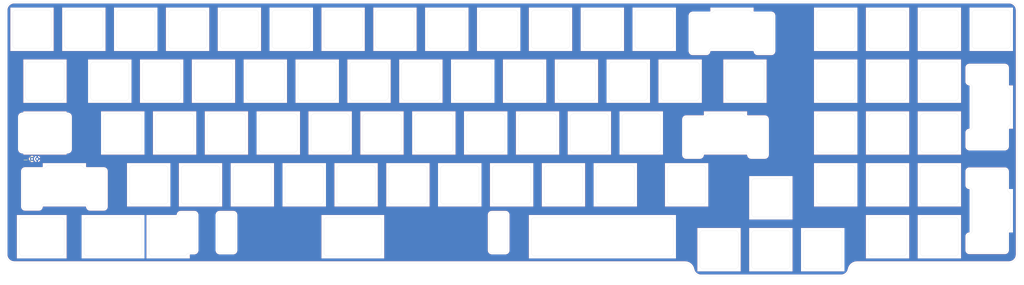
<source format=kicad_pcb>
(kicad_pcb (version 20171130) (host pcbnew "(5.1.5-0-10_14)")
  (layers (0 F.Cu signal) (31 B.Cu signal) (34 B.Paste user) (35 F.Paste user) (36 B.SilkS user) (37 F.SilkS user) (38 B.Mask user) (39 F.Mask user) (44 Edge.Cuts user))
  (net 0 "")
  (net 1 GND)
  (module Resistor_THT:R_Axial_DIN0204_L3.6mm_D1.6mm_P1.90mm_Vertical (layer F.Cu) (at 34.5755 124.96875)
    (fp_text reference ... (at -2.38125 0) (layer F.SilkS))
    (fp_text value R)
    (pad 2 thru_hole oval (at 1.9 0) (size 1.4 1.4) (drill 0.7) (layers *.Cu *.Mask) (net 1 GND))
    (pad 1 thru_hole circle (at 0 0) (size 1.4 1.4) (drill 0.7) (layers *.Cu *.Mask) (net 1 GND))
  )
  (module cftkb:NumDiscipline_SMALL_MASK (layer F.Cu) (at 182.213 153.54375)
    (fp_text reference REF** hide)
    (fp_text value NumDiscipline_SMALL_MASK)
  )
  (module cftkb:NumDiscipline_SMALL_COPPER (layer F.Cu) (at 182.213 153.54375)
    (fp_text reference REF** hide)
    (fp_text value NumDiscipline_SMALL_COPPER)
    (fp_text user "#" (at -10.414 0) (layer F.Cu) (effects (font (size 1.5 1.5) (thickness 0.3))))
    (fp_poly (pts (xy -8.306664 -0.970679) (xy -8.093555 -0.946576) (xy -7.916961 -0.897753) (xy -7.764029 -0.821753) (xy -7.756876 -0.81726) (xy -7.605263 -0.683675) (xy -7.491411 -0.50406) (xy -7.418476 -0.287757) (xy -7.389616 -0.044109) (xy -7.407725 0.215892) (xy -7.470044 0.463957) (xy -7.571508 0.662261) (xy -7.715456 0.815649) (xy -7.896854 0.925204) (xy -7.98803 0.954005) (xy -8.116097 0.97803) (xy -8.267239 0.996591) (xy -8.427637 1.009002) (xy -8.583474 1.014575) (xy -8.720933 1.012624) (xy -8.826197 1.002461) (xy -8.885447 0.9834) (xy -8.892674 0.974721) (xy -8.896809 0.93157) (xy -8.899997 0.83177) (xy -8.902161 0.683961) (xy -8.903228 0.496782) (xy -8.903121 0.278876) (xy -8.901767 0.038882) (xy -8.901287 -0.016721) (xy -8.894558 -0.7509) (xy -8.647753 -0.7509) (xy -8.647753 0.783548) (xy -8.393489 0.783548) (xy -8.236281 0.778136) (xy -8.118821 0.758853) (xy -8.016229 0.721131) (xy -7.993553 0.71009) (xy -7.855663 0.612381) (xy -7.758593 0.475727) (xy -7.698968 0.293654) (xy -7.675304 0.100125) (xy -7.676485 -0.131293) (xy -7.711721 -0.317332) (xy -7.784121 -0.47011) (xy -7.840584 -0.543981) (xy -7.947265 -0.644387) (xy -8.066484 -0.708175) (xy -8.215187 -0.741592) (xy -8.401846 -0.7509) (xy -8.647753 -0.7509) (xy -8.894558 -0.7509) (xy -8.892612 -0.963111) (xy -8.56914 -0.972517) (xy -8.306664 -0.970679)) (layer F.Cu) (width 0.01))
    (fp_poly (pts (xy 1.712194 -0.973499) (xy 1.882337 -0.965195) (xy 2.002884 -0.953685) (xy 2.089537 -0.936089) (xy 2.157995 -0.909526) (xy 2.205147 -0.883035) (xy 2.331736 -0.783024) (xy 2.409747 -0.662765) (xy 2.44652 -0.507639) (xy 2.451845 -0.391774) (xy 2.428135 -0.180233) (xy 2.35699 -0.011816) (xy 2.237016 0.114784) (xy 2.066816 0.20087) (xy 1.844997 0.24775) (xy 1.760919 0.254799) (xy 1.505717 0.269572) (xy 1.505717 1.012082) (xy 1.396891 1.012082) (xy 1.316221 1.006109) (xy 1.267774 0.991602) (xy 1.2663 0.990317) (xy 1.260718 0.953288) (xy 1.255665 0.859376) (xy 1.251333 0.716993) (xy 1.247912 0.53455) (xy 1.245593 0.320458) (xy 1.244568 0.08313) (xy 1.244535 0.031204) (xy 1.244972 -0.246801) (xy 1.246516 -0.466489) (xy 1.249518 -0.634831) (xy 1.25402 -0.7509) (xy 1.505717 -0.7509) (xy 1.505717 -0.364567) (xy 1.507458 -0.211842) (xy 1.512194 -0.083762) (xy 1.519197 0.005997) (xy 1.527482 0.04353) (xy 1.579482 0.060476) (xy 1.672919 0.064083) (xy 1.785454 0.055013) (xy 1.894745 0.033927) (xy 1.899915 0.032515) (xy 2.038847 -0.031675) (xy 2.130225 -0.136615) (xy 2.178048 -0.287567) (xy 2.184436 -0.341833) (xy 2.190012 -0.448649) (xy 2.17817 -0.518176) (xy 2.139541 -0.57792) (xy 2.084302 -0.635914) (xy 2.019923 -0.696254) (xy 1.963648 -0.730673) (xy 1.893614 -0.74642) (xy 1.78796 -0.750744) (xy 1.737517 -0.7509) (xy 1.505717 -0.7509) (xy 1.25402 -0.7509) (xy 1.254327 -0.758802) (xy 1.261293 -0.845374) (xy 1.270767 -0.90152) (xy 1.283099 -0.934214) (xy 1.293634 -0.946892) (xy 1.341762 -0.96596) (xy 1.433989 -0.97594) (xy 1.578015 -0.977323) (xy 1.712194 -0.973499)) (layer F.Cu) (width 0.01))
    (fp_poly (pts (xy -1.74307 -0.998251) (xy -1.530212 -0.944091) (xy -1.471494 -0.917332) (xy -1.366969 -0.849866) (xy -1.3147 -0.773594) (xy -1.301995 -0.684861) (xy -1.316967 -0.621517) (xy -1.364727 -0.607698) (xy -1.449535 -0.643179) (xy -1.499691 -0.674352) (xy -1.637866 -0.743052) (xy -1.798515 -0.773407) (xy -1.81915 -0.774866) (xy -2.008394 -0.762024) (xy -2.161873 -0.695663) (xy -2.285069 -0.572645) (xy -2.344807 -0.474099) (xy -2.383391 -0.391795) (xy -2.407966 -0.313904) (xy -2.421579 -0.22194) (xy -2.427275 -0.097417) (xy -2.428182 0.031942) (xy -2.426139 0.196048) (xy -2.418383 0.312486) (xy -2.402199 0.398811) (xy -2.374871 0.472583) (xy -2.353408 0.515484) (xy -2.242923 0.659099) (xy -2.096656 0.756152) (xy -1.926851 0.804317) (xy -1.745753 0.801269) (xy -1.565607 0.744681) (xy -1.463638 0.684467) (xy -1.39202 0.640452) (xy -1.340076 0.620424) (xy -1.337765 0.620309) (xy -1.306967 0.646076) (xy -1.30154 0.708876) (xy -1.318435 0.786956) (xy -1.3546 0.858566) (xy -1.374334 0.881046) (xy -1.495009 0.957044) (xy -1.658206 1.009749) (xy -1.844251 1.035749) (xy -2.033474 1.031637) (xy -2.139144 1.013586) (xy -2.326655 0.93697) (xy -2.482585 0.80768) (xy -2.603612 0.631907) (xy -2.686417 0.41584) (xy -2.727678 0.165668) (xy -2.726697 -0.08162) (xy -2.685092 -0.334122) (xy -2.603979 -0.556142) (xy -2.488215 -0.737132) (xy -2.375372 -0.844231) (xy -2.183511 -0.946877) (xy -1.96679 -0.998698) (xy -1.74307 -0.998251)) (layer F.Cu) (width 0.01))
    (fp_poly (pts (xy -4.092836 -0.98406) (xy -3.969765 -0.949914) (xy -3.877276 -0.905656) (xy -3.83505 -0.860819) (xy -3.817184 -0.776447) (xy -3.823967 -0.702615) (xy -3.843696 -0.672265) (xy -3.887355 -0.675294) (xy -3.96404 -0.70331) (xy -3.997514 -0.719309) (xy -4.155443 -0.775959) (xy -4.304527 -0.786646) (xy -4.433859 -0.755236) (xy -4.532533 -0.685593) (xy -4.589642 -0.581581) (xy -4.599424 -0.506041) (xy -4.576035 -0.393213) (xy -4.502163 -0.294052) (xy -4.372252 -0.202751) (xy -4.252836 -0.143856) (xy -4.025622 -0.027912) (xy -3.862304 0.09056) (xy -3.778936 0.185639) (xy -3.736737 0.293622) (xy -3.719031 0.434557) (xy -3.72651 0.58059) (xy -3.759867 0.703868) (xy -3.765732 0.715984) (xy -3.875106 0.859559) (xy -4.028699 0.96418) (xy -4.215712 1.026055) (xy -4.425345 1.041393) (xy -4.615748 1.01441) (xy -4.732337 0.975885) (xy -4.834485 0.924383) (xy -4.898283 0.872141) (xy -4.900917 0.868442) (xy -4.922226 0.802963) (xy -4.921604 0.726847) (xy -4.9 0.674149) (xy -4.895406 0.67061) (xy -4.850741 0.673325) (xy -4.772343 0.701725) (xy -4.728648 0.722785) (xy -4.554477 0.789877) (xy -4.386828 0.811846) (xy -4.235685 0.791976) (xy -4.111031 0.733551) (xy -4.022849 0.639854) (xy -3.981123 0.514168) (xy -3.979116 0.47626) (xy -4.000603 0.38705) (xy -4.068587 0.29788) (xy -4.188351 0.203834) (xy -4.365178 0.099996) (xy -4.407139 0.077991) (xy -4.591077 -0.025783) (xy -4.72018 -0.122753) (xy -4.802655 -0.223115) (xy -4.846711 -0.337066) (xy -4.860557 -0.474801) (xy -4.860607 -0.48528) (xy -4.834933 -0.672411) (xy -4.758278 -0.818874) (xy -4.631195 -0.924103) (xy -4.454236 -0.987529) (xy -4.357978 -1.002333) (xy -4.228302 -1.003174) (xy -4.092836 -0.98406)) (layer F.Cu) (width 0.01))
    (fp_poly (pts (xy 3.717607 -0.973243) (xy 3.840036 -0.963111) (xy 3.857422 0.781419) (xy 4.590936 0.799871) (xy 4.590936 0.995758) (xy 4.115658 1.004757) (xy 3.945652 1.006472) (xy 3.799352 1.005105) (xy 3.688944 1.000989) (xy 3.626614 0.994458) (xy 3.617779 0.991154) (xy 3.612094 0.953995) (xy 3.606932 0.859784) (xy 3.602482 0.716764) (xy 3.598929 0.533177) (xy 3.59646 0.317268) (xy 3.595262 0.077278) (xy 3.595177 -0.007412) (xy 3.595177 -0.983376) (xy 3.717607 -0.973243)) (layer F.Cu) (width 0.01))
    (fp_poly (pts (xy 5.741771 -0.973243) (xy 5.8642 -0.963111) (xy 5.8642 0.995758) (xy 5.619342 1.016024) (xy 5.619342 -0.983376) (xy 5.741771 -0.973243)) (layer F.Cu) (width 0.01))
    (fp_poly (pts (xy 8.582613 0.006058) (xy 8.573969 0.995758) (xy 8.459702 1.005373) (xy 8.366145 1.000356) (xy 8.294021 0.975128) (xy 8.290703 0.972726) (xy 8.261041 0.933922) (xy 8.204741 0.845573) (xy 8.126404 0.715468) (xy 8.030636 0.551398) (xy 7.922039 0.361152) (xy 7.805218 0.152522) (xy 7.7934 0.131199) (xy 7.350829 -0.668064) (xy 7.34209 0.163847) (xy 7.333352 0.995758) (xy 7.226765 1.006025) (xy 7.120178 1.016291) (xy 7.128821 0.02659) (xy 7.137465 -0.963111) (xy 7.288883 -0.972912) (xy 7.389673 -0.973471) (xy 7.45205 -0.952931) (xy 7.501094 -0.903638) (xy 7.533243 -0.853649) (xy 7.591379 -0.755062) (xy 7.67047 -0.61674) (xy 7.765488 -0.447544) (xy 7.871403 -0.256338) (xy 7.953661 -0.106211) (xy 8.345434 0.612141) (xy 8.378082 -0.963111) (xy 8.484669 -0.973377) (xy 8.591257 -0.983643) (xy 8.582613 0.006058)) (layer F.Cu) (width 0.01))
    (fp_poly (pts (xy 10.597616 -0.978842) (xy 10.733315 -0.976285) (xy 10.823623 -0.970596) (xy 10.878489 -0.960603) (xy 10.907863 -0.94514) (xy 10.921695 -0.923036) (xy 10.923152 -0.918738) (xy 10.929565 -0.839691) (xy 10.921859 -0.804471) (xy 10.904554 -0.781744) (xy 10.866086 -0.766375) (xy 10.795706 -0.757013) (xy 10.682666 -0.752308) (xy 10.516218 -0.75091) (xy 10.495472 -0.7509) (xy 10.089642 -0.7509) (xy 10.099029 -0.448907) (xy 10.108416 -0.146915) (xy 10.45938 -0.137649) (xy 10.810344 -0.128382) (xy 10.810344 0.065296) (xy 10.092092 0.065296) (xy 10.092092 0.781597) (xy 10.924612 0.799871) (xy 10.924612 0.995758) (xy 10.41773 1.004712) (xy 10.202275 1.006737) (xy 10.045645 1.003849) (xy 9.941529 0.99569) (xy 9.883616 0.981901) (xy 9.870879 0.973697) (xy 9.858512 0.929372) (xy 9.848239 0.830095) (xy 9.840066 0.686174) (xy 9.833996 0.507914) (xy 9.830034 0.305624) (xy 9.828183 0.089608) (xy 9.828449 -0.129824) (xy 9.830835 -0.342368) (xy 9.835346 -0.537715) (xy 9.841986 -0.705559) (xy 9.850758 -0.835594) (xy 9.861669 -0.917511) (xy 9.870087 -0.940257) (xy 9.916342 -0.957645) (xy 10.017236 -0.969801) (xy 10.176226 -0.976979) (xy 10.396768 -0.979431) (xy 10.406576 -0.979434) (xy 10.597616 -0.978842)) (layer F.Cu) (width 0.01))
    (fp_arc (start -11.14 0.18) (end -11.14 -3.16) (angle -180) (layer F.Cu) (width 0.4))
    (fp_arc (start 11.16 0.18) (end 11.16 3.52) (angle -180) (layer F.Cu) (width 0.4))
    (fp_line (start -11.11 -3.16) (end 11.17 -3.16) (layer F.Cu) (width 0.4))
    (fp_line (start -11.13 3.52) (end 11.17 3.52) (layer F.Cu) (width 0.4))
    (fp_poly (pts (xy -6.019604 0.995758) (xy -6.125934 1.006006) (xy -6.211934 1.000945) (xy -6.248877 0.97296) (xy -6.252838 0.930275) (xy -6.255869 0.83092) (xy -6.257899 0.683514) (xy -6.25886 0.496677) (xy -6.258683 0.279028) (xy -6.257297 0.039188) (xy -6.256814 -0.016721) (xy -6.248139 -0.963111) (xy -6.019604 -0.963111) (xy -6.019604 0.995758)) (layer F.Cu) (width 0.01))
    (fp_poly (pts (xy 0.003918 1.012082) (xy -0.111374 1.012082) (xy -0.192261 1.001531) (xy -0.239869 0.975653) (xy -0.242479 0.970875) (xy -0.246235 0.928741) (xy -0.24908 0.829912) (xy -0.250951 0.682984) (xy -0.251787 0.496551) (xy -0.251525 0.279208) (xy -0.250104 0.039551) (xy -0.249616 -0.016721) (xy -0.240941 -0.963111) (xy -0.118512 -0.973243) (xy 0.003918 -0.983376) (xy 0.003918 1.012082)) (layer F.Cu) (width 0.01))
  )
  (gr_arc (start 319.0875 164.30675) (end 318.0875 164.30575) (angle -90) (layer Edge.Cuts) (width 0.05))
  (gr_arc (start 331.0875 152.30575) (end 332.0875 152.30575) (angle -90) (layer Edge.Cuts) (width 0.05))
  (gr_arc (start 331.0875 164.30675) (end 331.0875 165.30575) (angle -90) (layer Edge.Cuts) (width 0.05))
  (gr_arc (start 319.0875 152.30575) (end 319.0875 151.30575) (angle -90) (layer Edge.Cuts) (width 0.05))
  (gr_line (start 331.0875 165.30575) (end 319.0875 165.30575) (angle 90) (layer Edge.Cuts) (width 0.05))
  (gr_line (start 318.0875 164.30575) (end 318.0875 152.30575) (angle 90) (layer Edge.Cuts) (width 0.05))
  (gr_line (start 332.0875 152.30575) (end 332.0875 164.30675) (angle 90) (layer Edge.Cuts) (width 0.05))
  (gr_line (start 319.0875 151.30575) (end 331.0875 151.30575) (angle 90) (layer Edge.Cuts) (width 0.05))
  (gr_line (start 293.9875 152.30575) (end 293.9875 164.30675) (angle 90) (layer Edge.Cuts) (width 0.05))
  (gr_line (start 299.0375 145.25675) (end 299.0375 133.25575) (angle 90) (layer Edge.Cuts) (width 0.05))
  (gr_line (start 312.0375 146.25675) (end 300.0375 146.25675) (angle 90) (layer Edge.Cuts) (width 0.05))
  (gr_line (start 313.0375 133.25575) (end 313.0375 145.25675) (angle 90) (layer Edge.Cuts) (width 0.05))
  (gr_line (start 300.0375 132.25675) (end 312.0375 132.25675) (angle 90) (layer Edge.Cuts) (width 0.05))
  (gr_line (start 322.8505 121.44375) (end 322.8505 109.44375) (angle 90) (layer Edge.Cuts) (width 0.05))
  (gr_line (start 323.8505 70.34375) (end 335.8505 70.34375) (angle 90) (layer Edge.Cuts) (width 0.05))
  (gr_line (start 336.8505 128.49375) (end 336.8505 140.49375) (angle 90) (layer Edge.Cuts) (width 0.05))
  (gr_line (start 336.8505 71.34375) (end 336.8505 83.34375) (angle 90) (layer Edge.Cuts) (width 0.05))
  (gr_line (start 322.8505 83.34375) (end 322.8505 71.34375) (angle 90) (layer Edge.Cuts) (width 0.05))
  (gr_line (start 335.8505 84.34375) (end 323.8505 84.34375) (angle 90) (layer Edge.Cuts) (width 0.05))
  (gr_line (start 323.8505 127.49375) (end 335.8505 127.49375) (angle 90) (layer Edge.Cuts) (width 0.05))
  (gr_line (start 335.8505 122.44375) (end 323.8505 122.44375) (angle 90) (layer Edge.Cuts) (width 0.05))
  (gr_line (start 336.8505 109.44375) (end 336.8505 121.44375) (angle 90) (layer Edge.Cuts) (width 0.05))
  (gr_line (start 336.8505 90.39375) (end 336.8505 102.39375) (angle 90) (layer Edge.Cuts) (width 0.05))
  (gr_line (start 323.8505 89.39375) (end 335.8505 89.39375) (angle 90) (layer Edge.Cuts) (width 0.05))
  (gr_line (start 322.8505 102.39375) (end 322.8505 90.39375) (angle 90) (layer Edge.Cuts) (width 0.05))
  (gr_line (start 335.8505 103.39375) (end 323.8505 103.39375) (angle 90) (layer Edge.Cuts) (width 0.05))
  (gr_line (start 393.9995 138.01875) (end 394.0005 150.01875) (angle 90) (layer Edge.Cuts) (width 0.05))
  (gr_line (start 392.9995 129.58075) (end 392.9995 136.28675) (angle 90) (layer Edge.Cuts) (width 0.05))
  (gr_line (start 274.9305 109.44375) (end 281.6365 109.44375) (angle 90) (layer Edge.Cuts) (width 0.05))
  (gr_line (start 117.7755 71.34375) (end 117.7755 83.34375) (angle 90) (layer Edge.Cuts) (width 0.05))
  (gr_line (start 104.7755 70.34375) (end 116.7755 70.34375) (angle 90) (layer Edge.Cuts) (width 0.05))
  (gr_line (start 103.7755 83.34375) (end 103.7755 71.34375) (angle 90) (layer Edge.Cuts) (width 0.05))
  (gr_line (start 116.7755 84.34375) (end 104.7755 84.34375) (angle 90) (layer Edge.Cuts) (width 0.05))
  (gr_line (start 170.1625 109.44375) (end 170.1625 121.44375) (angle 90) (layer Edge.Cuts) (width 0.05))
  (gr_line (start 157.1625 108.44375) (end 169.1625 108.44375) (angle 90) (layer Edge.Cuts) (width 0.05))
  (gr_line (start 156.1625 121.44375) (end 156.1625 109.44375) (angle 90) (layer Edge.Cuts) (width 0.05))
  (gr_line (start 169.1625 122.44375) (end 157.1625 122.44375) (angle 90) (layer Edge.Cuts) (width 0.05))
  (gr_line (start 75.2005 102.39375) (end 75.2005 90.39375) (angle 90) (layer Edge.Cuts) (width 0.05))
  (gr_line (start 88.2005 103.39375) (end 76.1995 103.39375) (angle 90) (layer Edge.Cuts) (width 0.05))
  (gr_line (start 89.1995 90.39375) (end 89.1995 102.39375) (angle 90) (layer Edge.Cuts) (width 0.05))
  (gr_line (start 76.1995 89.39375) (end 88.2005 89.39375) (angle 90) (layer Edge.Cuts) (width 0.05))
  (gr_line (start 89.4875 140.49375) (end 89.4875 128.49375) (angle 90) (layer Edge.Cuts) (width 0.05))
  (gr_line (start 102.4875 141.49375) (end 90.4875 141.49375) (angle 90) (layer Edge.Cuts) (width 0.05))
  (gr_line (start 103.4875 128.49375) (end 103.4875 140.49375) (angle 90) (layer Edge.Cuts) (width 0.05))
  (gr_line (start 90.4875 127.49375) (end 102.4875 127.49375) (angle 90) (layer Edge.Cuts) (width 0.05))
  (gr_line (start 355.9005 128.49375) (end 355.9005 140.49375) (angle 90) (layer Edge.Cuts) (width 0.05))
  (gr_line (start 342.9005 127.49375) (end 354.9005 127.49375) (angle 90) (layer Edge.Cuts) (width 0.05))
  (gr_line (start 355.9005 90.39375) (end 355.9005 102.39375) (angle 90) (layer Edge.Cuts) (width 0.05))
  (gr_line (start 342.9005 89.39375) (end 354.9005 89.39375) (angle 90) (layer Edge.Cuts) (width 0.05))
  (gr_line (start 341.9005 102.39375) (end 341.9005 90.39375) (angle 90) (layer Edge.Cuts) (width 0.05))
  (gr_line (start 354.9005 103.39375) (end 342.9005 103.39375) (angle 90) (layer Edge.Cuts) (width 0.05))
  (gr_line (start 374.9505 90.39375) (end 374.9505 102.39375) (angle 90) (layer Edge.Cuts) (width 0.05))
  (gr_line (start 213.3125 121.44375) (end 213.3125 109.44375) (angle 90) (layer Edge.Cuts) (width 0.05))
  (gr_line (start 226.3125 122.44375) (end 214.3125 122.44375) (angle 90) (layer Edge.Cuts) (width 0.05))
  (gr_line (start 227.3125 109.44375) (end 227.3125 121.44375) (angle 90) (layer Edge.Cuts) (width 0.05))
  (gr_line (start 214.3125 108.44375) (end 226.3125 108.44375) (angle 90) (layer Edge.Cuts) (width 0.05))
  (gr_line (start 155.8755 71.34375) (end 155.8755 83.34375) (angle 90) (layer Edge.Cuts) (width 0.05))
  (gr_line (start 361.9505 89.39375) (end 373.9505 89.39375) (angle 90) (layer Edge.Cuts) (width 0.05))
  (gr_line (start 354.9005 84.34375) (end 342.9005 84.34375) (angle 90) (layer Edge.Cuts) (width 0.05))
  (gr_line (start 355.9005 71.34375) (end 355.9005 83.34375) (angle 90) (layer Edge.Cuts) (width 0.05))
  (gr_line (start 341.9005 140.49375) (end 341.9005 128.49375) (angle 90) (layer Edge.Cuts) (width 0.05))
  (gr_line (start 354.9005 141.49375) (end 342.9005 141.49375) (angle 90) (layer Edge.Cuts) (width 0.05))
  (gr_line (start 342.9005 70.34375) (end 354.9005 70.34375) (angle 90) (layer Edge.Cuts) (width 0.05))
  (gr_line (start 341.9005 83.34375) (end 341.9005 71.34375) (angle 90) (layer Edge.Cuts) (width 0.05))
  (gr_line (start 360.9505 102.39375) (end 360.9505 90.39375) (angle 90) (layer Edge.Cuts) (width 0.05))
  (gr_line (start 373.9505 103.39375) (end 361.9505 103.39375) (angle 90) (layer Edge.Cuts) (width 0.05))
  (gr_line (start 360.9505 140.49375) (end 360.9505 128.49375) (angle 90) (layer Edge.Cuts) (width 0.05))
  (gr_line (start 373.9505 141.49375) (end 361.9505 141.49375) (angle 90) (layer Edge.Cuts) (width 0.05))
  (gr_line (start 374.9505 128.49375) (end 374.9505 140.49375) (angle 90) (layer Edge.Cuts) (width 0.05))
  (gr_line (start 361.9505 127.49375) (end 373.9505 127.49375) (angle 90) (layer Edge.Cuts) (width 0.05))
  (gr_line (start 373.9505 122.44375) (end 361.9505 122.44375) (angle 90) (layer Edge.Cuts) (width 0.05))
  (gr_line (start 361.9505 70.34375) (end 373.9505 70.34375) (angle 90) (layer Edge.Cuts) (width 0.05))
  (gr_line (start 360.9505 83.34375) (end 360.9505 71.34375) (angle 90) (layer Edge.Cuts) (width 0.05))
  (gr_line (start 373.9505 84.34375) (end 361.9495 84.34375) (angle 90) (layer Edge.Cuts) (width 0.05))
  (gr_line (start 374.9505 71.34375) (end 374.9505 83.34375) (angle 90) (layer Edge.Cuts) (width 0.05))
  (gr_line (start 380.9995 70.34375) (end 392.9995 70.34375) (angle 90) (layer Edge.Cuts) (width 0.05))
  (gr_line (start 379.9995 83.34375) (end 379.9995 71.34375) (angle 90) (layer Edge.Cuts) (width 0.05))
  (gr_line (start 219.0745 146.54375) (end 269.1745 146.54375) (angle 90) (layer Edge.Cuts) (width 0.05))
  (gr_line (start 218.0745 159.54375) (end 218.0745 147.54375) (angle 90) (layer Edge.Cuts) (width 0.05))
  (gr_line (start 269.1745 160.54375) (end 219.0745 160.54375) (angle 90) (layer Edge.Cuts) (width 0.05))
  (gr_line (start 145.3505 103.39375) (end 133.3505 103.39375) (angle 90) (layer Edge.Cuts) (width 0.05))
  (gr_line (start 146.3505 90.39375) (end 146.3505 102.39375) (angle 90) (layer Edge.Cuts) (width 0.05))
  (gr_line (start 32.3375 102.39375) (end 32.3375 90.39375) (angle 90) (layer Edge.Cuts) (width 0.05))
  (gr_line (start 45.3375 103.39375) (end 33.3375 103.39375) (angle 90) (layer Edge.Cuts) (width 0.05))
  (gr_line (start 189.2125 109.44375) (end 189.2125 121.44375) (angle 90) (layer Edge.Cuts) (width 0.05))
  (gr_line (start 176.2125 108.44375) (end 188.2125 108.44375) (angle 90) (layer Edge.Cuts) (width 0.05))
  (gr_line (start 54.7685 146.54375) (end 73.9125 146.54375) (angle 90) (layer Edge.Cuts) (width 0.05))
  (gr_line (start 53.7685 159.54375) (end 53.7685 147.54375) (angle 90) (layer Edge.Cuts) (width 0.05))
  (gr_line (start 73.9125 160.54375) (end 54.7685 160.54375) (angle 90) (layer Edge.Cuts) (width 0.05))
  (gr_line (start 74.9125 147.54375) (end 74.9125 159.54375) (angle 90) (layer Edge.Cuts) (width 0.05))
  (gr_line (start 179.9745 83.34375) (end 179.9745 71.34375) (angle 90) (layer Edge.Cuts) (width 0.05))
  (gr_line (start 192.9745 84.34375) (end 180.9745 84.34375) (angle 90) (layer Edge.Cuts) (width 0.05))
  (gr_line (start 193.9745 71.34375) (end 193.9745 83.34375) (angle 90) (layer Edge.Cuts) (width 0.05))
  (gr_line (start 142.8755 70.34375) (end 154.8745 70.34375) (angle 90) (layer Edge.Cuts) (width 0.05))
  (gr_line (start 141.8755 83.34375) (end 141.8755 71.34375) (angle 90) (layer Edge.Cuts) (width 0.05))
  (gr_line (start 277.3115 71.34375) (end 284.0175 71.34375) (angle 90) (layer Edge.Cuts) (width 0.05))
  (gr_line (start 276.3115 85.34375) (end 276.3115 72.34375) (angle 90) (layer Edge.Cuts) (width 0.05))
  (gr_line (start 282.3115 86.34375) (end 277.3115 86.34375) (angle 90) (layer Edge.Cuts) (width 0.05))
  (gr_line (start 257.1745 70.34375) (end 269.1745 70.34375) (angle 90) (layer Edge.Cuts) (width 0.05))
  (gr_line (start 256.1745 83.34375) (end 256.1745 71.34375) (angle 90) (layer Edge.Cuts) (width 0.05))
  (gr_line (start 269.1745 84.34375) (end 257.1745 84.34375) (angle 90) (layer Edge.Cuts) (width 0.05))
  (gr_line (start 270.1745 71.34375) (end 270.1745 83.34375) (angle 90) (layer Edge.Cuts) (width 0.05))
  (gr_line (start 132.3505 102.39375) (end 132.3505 90.39375) (angle 90) (layer Edge.Cuts) (width 0.05))
  (gr_line (start 133.3505 89.39375) (end 145.3505 89.39375) (angle 90) (layer Edge.Cuts) (width 0.05))
  (gr_line (start 203.5005 90.39375) (end 203.5005 102.39375) (angle 90) (layer Edge.Cuts) (width 0.05))
  (gr_line (start 190.5005 89.39375) (end 202.5005 89.39375) (angle 90) (layer Edge.Cuts) (width 0.05))
  (gr_line (start 189.5005 102.39375) (end 189.5005 90.39375) (angle 90) (layer Edge.Cuts) (width 0.05))
  (gr_line (start 202.5005 103.39375) (end 190.5005 103.39375) (angle 90) (layer Edge.Cuts) (width 0.05))
  (gr_line (start 255.8875 128.49375) (end 255.8875 140.49375) (angle 90) (layer Edge.Cuts) (width 0.05))
  (gr_line (start 242.8875 127.49375) (end 254.8875 127.49375) (angle 90) (layer Edge.Cuts) (width 0.05))
  (gr_line (start 241.8875 140.49375) (end 241.8875 128.49375) (angle 90) (layer Edge.Cuts) (width 0.05))
  (gr_line (start 254.8875 141.49375) (end 242.8875 141.49375) (angle 90) (layer Edge.Cuts) (width 0.05))
  (gr_line (start 378.9995 128.58075) (end 391.9995 128.58075) (angle 90) (layer Edge.Cuts) (width 0.05))
  (gr_line (start 377.9995 134.58075) (end 377.9995 129.58075) (angle 90) (layer Edge.Cuts) (width 0.05))
  (gr_line (start 379.9995 151.45675) (end 379.9995 136.58075) (angle 90) (layer Edge.Cuts) (width 0.05))
  (gr_line (start 377.9995 158.45675) (end 377.9995 153.45675) (angle 90) (layer Edge.Cuts) (width 0.05))
  (gr_line (start 391.9995 159.45675) (end 378.9995 159.45675) (angle 90) (layer Edge.Cuts) (width 0.05))
  (gr_line (start 393.0005 151.75075) (end 392.9995 158.45675) (angle 90) (layer Edge.Cuts) (width 0.05))
  (gr_line (start 342.9005 146.54375) (end 354.9005 146.54375) (angle 90) (layer Edge.Cuts) (width 0.05))
  (gr_line (start 341.9005 159.54375) (end 341.9005 147.54375) (angle 90) (layer Edge.Cuts) (width 0.05))
  (gr_line (start 392.9995 84.34375) (end 380.9995 84.34375) (angle 90) (layer Edge.Cuts) (width 0.05))
  (gr_line (start 393.9995 71.34375) (end 393.9995 83.34375) (angle 90) (layer Edge.Cuts) (width 0.05))
  (gr_line (start 355.9005 109.44375) (end 355.9005 121.44375) (angle 90) (layer Edge.Cuts) (width 0.05))
  (gr_line (start 342.9005 108.44375) (end 354.9005 108.44375) (angle 90) (layer Edge.Cuts) (width 0.05))
  (gr_line (start 341.9005 121.44375) (end 341.9005 109.44375) (angle 90) (layer Edge.Cuts) (width 0.05))
  (gr_line (start 354.9005 122.44375) (end 342.9005 122.44375) (angle 90) (layer Edge.Cuts) (width 0.05))
  (gr_line (start 154.8745 84.34375) (end 142.8755 84.34375) (angle 90) (layer Edge.Cuts) (width 0.05))
  (gr_line (start 40.5755 84.34375) (end 28.5755 84.34375) (angle 90) (layer Edge.Cuts) (width 0.05))
  (gr_line (start 41.5745 71.34375) (end 41.5745 83.34375) (angle 90) (layer Edge.Cuts) (width 0.05))
  (gr_line (start 379.9995 113.35675) (end 379.9995 98.48075) (angle 90) (layer Edge.Cuts) (width 0.05))
  (gr_line (start 273.9305 123.44375) (end 273.9305 110.44375) (angle 90) (layer Edge.Cuts) (width 0.05))
  (gr_line (start 279.9305 124.44375) (end 274.9305 124.44375) (angle 90) (layer Edge.Cuts) (width 0.05))
  (gr_line (start 296.8065 122.44375) (end 281.9305 122.44375) (angle 90) (layer Edge.Cuts) (width 0.05))
  (gr_line (start 303.8065 124.44375) (end 298.8065 124.44375) (angle 90) (layer Edge.Cuts) (width 0.05))
  (gr_line (start 304.8065 110.44375) (end 304.8065 123.44375) (angle 90) (layer Edge.Cuts) (width 0.05))
  (gr_line (start 297.1005 109.44375) (end 303.8065 109.44375) (angle 90) (layer Edge.Cuts) (width 0.05))
  (gr_line (start 283.3685 108.44375) (end 295.3685 108.44375) (angle 90) (layer Edge.Cuts) (width 0.05))
  (gr_line (start 28.5755 70.34375) (end 40.5755 70.34375) (angle 90) (layer Edge.Cuts) (width 0.05))
  (gr_line (start 27.5755 83.34375) (end 27.5745 71.34375) (angle 90) (layer Edge.Cuts) (width 0.05))
  (gr_line (start 360.9505 159.54375) (end 360.9505 147.54375) (angle 90) (layer Edge.Cuts) (width 0.05))
  (gr_line (start 374.9505 109.44375) (end 374.9505 121.44375) (angle 90) (layer Edge.Cuts) (width 0.05))
  (gr_line (start 361.9505 108.44375) (end 373.9505 108.44375) (angle 90) (layer Edge.Cuts) (width 0.05))
  (gr_line (start 360.9505 121.44375) (end 360.9505 109.44375) (angle 90) (layer Edge.Cuts) (width 0.05))
  (gr_line (start 374.9505 147.54375) (end 374.9505 159.54375) (angle 90) (layer Edge.Cuts) (width 0.05))
  (gr_line (start 361.9505 146.54375) (end 373.9505 146.54375) (angle 90) (layer Edge.Cuts) (width 0.05))
  (gr_line (start 378.9995 90.48075) (end 391.9995 90.48075) (angle 90) (layer Edge.Cuts) (width 0.05))
  (gr_line (start 377.9995 96.48075) (end 377.9995 91.48075) (angle 90) (layer Edge.Cuts) (width 0.05))
  (gr_line (start 180.9745 70.34375) (end 192.9745 70.34375) (angle 90) (layer Edge.Cuts) (width 0.05))
  (gr_line (start 208.5495 102.39375) (end 208.5495 90.39375) (angle 90) (layer Edge.Cuts) (width 0.05))
  (gr_line (start 221.5495 103.39375) (end 209.5495 103.39375) (angle 90) (layer Edge.Cuts) (width 0.05))
  (gr_line (start 222.5495 90.39375) (end 222.5495 102.39375) (angle 90) (layer Edge.Cuts) (width 0.05))
  (gr_line (start 209.5495 89.39375) (end 221.5495 89.39375) (angle 90) (layer Edge.Cuts) (width 0.05))
  (gr_line (start 164.4005 103.39375) (end 152.4005 103.39375) (angle 90) (layer Edge.Cuts) (width 0.05))
  (gr_line (start 165.4005 90.39375) (end 165.4005 102.39375) (angle 90) (layer Edge.Cuts) (width 0.05))
  (gr_line (start 152.4005 89.39375) (end 164.4005 89.39375) (angle 90) (layer Edge.Cuts) (width 0.05))
  (gr_line (start 151.4005 102.39375) (end 151.4005 90.39375) (angle 90) (layer Edge.Cuts) (width 0.05))
  (gr_line (start 175.2125 121.44375) (end 175.2125 109.44375) (angle 90) (layer Edge.Cuts) (width 0.05))
  (gr_line (start 188.2125 122.44375) (end 176.2125 122.44375) (angle 90) (layer Edge.Cuts) (width 0.05))
  (gr_line (start 46.3375 90.39375) (end 46.3375 102.39375) (angle 90) (layer Edge.Cuts) (width 0.05))
  (gr_line (start 33.3375 89.39375) (end 45.3375 89.39375) (angle 90) (layer Edge.Cuts) (width 0.05))
  (gr_line (start 377.9995 120.35675) (end 377.9995 115.35675) (angle 90) (layer Edge.Cuts) (width 0.05))
  (gr_line (start 391.9995 121.35675) (end 378.9995 121.35675) (angle 90) (layer Edge.Cuts) (width 0.05))
  (gr_line (start 373.9505 160.54375) (end 361.9505 160.54375) (angle 90) (layer Edge.Cuts) (width 0.05))
  (gr_line (start 392.9995 91.48075) (end 392.9995 98.18675) (angle 90) (layer Edge.Cuts) (width 0.05))
  (gr_line (start 112.0125 122.44375) (end 100.0125 122.44375) (angle 90) (layer Edge.Cuts) (width 0.05))
  (gr_line (start 113.0125 109.44375) (end 113.0125 121.44375) (angle 90) (layer Edge.Cuts) (width 0.05))
  (gr_line (start 100.0125 108.44375) (end 112.0125 108.44375) (angle 90) (layer Edge.Cuts) (width 0.05))
  (gr_line (start 99.0125 121.44375) (end 99.0125 109.44375) (angle 90) (layer Edge.Cuts) (width 0.05))
  (gr_line (start 236.8375 128.49375) (end 236.8375 140.49375) (angle 90) (layer Edge.Cuts) (width 0.05))
  (gr_line (start 223.8375 127.49375) (end 235.8375 127.49375) (angle 90) (layer Edge.Cuts) (width 0.05))
  (gr_line (start 222.8375 140.49375) (end 222.8375 128.49375) (angle 90) (layer Edge.Cuts) (width 0.05))
  (gr_line (start 235.8375 141.49375) (end 223.8375 141.49375) (angle 90) (layer Edge.Cuts) (width 0.05))
  (gr_line (start 285.7495 70.34375) (end 297.7495 70.34375) (angle 90) (layer Edge.Cuts) (width 0.05))
  (gr_line (start 393.0005 113.65075) (end 392.9995 120.35675) (angle 90) (layer Edge.Cuts) (width 0.05))
  (gr_line (start 299.1875 84.34375) (end 284.3115 84.34375) (angle 90) (layer Edge.Cuts) (width 0.05))
  (gr_line (start 306.1875 86.34375) (end 301.1875 86.34375) (angle 90) (layer Edge.Cuts) (width 0.05))
  (gr_line (start 307.1875 72.34375) (end 307.1875 85.34375) (angle 90) (layer Edge.Cuts) (width 0.05))
  (gr_line (start 299.4825 71.34375) (end 306.1875 71.34375) (angle 90) (layer Edge.Cuts) (width 0.05))
  (gr_line (start 354.9005 160.54375) (end 342.9005 160.54375) (angle 90) (layer Edge.Cuts) (width 0.05))
  (gr_line (start 355.9005 147.54375) (end 355.9005 159.54375) (angle 90) (layer Edge.Cuts) (width 0.05))
  (gr_line (start 393.9995 99.91875) (end 394.0005 111.91875) (angle 90) (layer Edge.Cuts) (width 0.05))
  (gr_line (start 47.7185 122.44375) (end 30.9565 122.44375) (angle 90) (layer Edge.Cuts) (width 0.05))
  (gr_line (start 160.9255 83.34375) (end 160.9255 71.34375) (angle 90) (layer Edge.Cuts) (width 0.05))
  (gr_line (start 173.9255 84.34375) (end 161.9255 84.34375) (angle 90) (layer Edge.Cuts) (width 0.05))
  (gr_line (start 174.9255 71.34375) (end 174.9255 83.34375) (angle 90) (layer Edge.Cuts) (width 0.05))
  (gr_line (start 161.9255 70.34375) (end 173.9255 70.34375) (angle 90) (layer Edge.Cuts) (width 0.05))
  (gr_line (start 237.1245 83.34375) (end 237.1245 71.34375) (angle 90) (layer Edge.Cuts) (width 0.05))
  (gr_line (start 250.1245 84.34375) (end 238.1245 84.34375) (angle 90) (layer Edge.Cuts) (width 0.05))
  (gr_line (start 251.1245 71.34375) (end 251.1245 83.34375) (angle 90) (layer Edge.Cuts) (width 0.05))
  (gr_line (start 108.5375 140.49375) (end 108.5375 128.49375) (angle 90) (layer Edge.Cuts) (width 0.05))
  (gr_line (start 121.5375 141.49375) (end 109.5375 141.49375) (angle 90) (layer Edge.Cuts) (width 0.05))
  (gr_line (start 122.5375 128.49375) (end 122.5375 140.49375) (angle 90) (layer Edge.Cuts) (width 0.05))
  (gr_line (start 28.0505 163.06875) (end 274.4625 163.06875) (angle 90) (layer Edge.Cuts) (width 0.05))
  (gr_line (start 25.0505 70.34375) (end 25.0495 160.06875) (angle 90) (layer Edge.Cuts) (width 0.05))
  (gr_line (start 393.5255 67.34375) (end 28.0505 67.34375) (angle 90) (layer Edge.Cuts) (width 0.05))
  (gr_line (start 396.5255 160.06875) (end 396.5255 70.34375) (angle 90) (layer Edge.Cuts) (width 0.05))
  (gr_line (start 337.7245 163.06875) (end 393.5255 163.06875) (angle 90) (layer Edge.Cuts) (width 0.05))
  (gr_line (start 280.3565 167.94375) (end 331.8315 167.94375) (angle 90) (layer Edge.Cuts) (width 0.05))
  (gr_line (start 108.5185 159.54375) (end 103.5185 159.54375) (angle 90) (layer Edge.Cuts) (width 0.05))
  (gr_line (start 109.5185 145.54375) (end 109.5185 158.54375) (angle 90) (layer Edge.Cuts) (width 0.05))
  (gr_line (start 103.5185 144.54375) (end 108.5185 144.54375) (angle 90) (layer Edge.Cuts) (width 0.05))
  (gr_line (start 102.5185 158.54375) (end 102.5185 145.54375) (angle 90) (layer Edge.Cuts) (width 0.05))
  (gr_line (start 126.3005 103.39375) (end 114.3005 103.39375) (angle 90) (layer Edge.Cuts) (width 0.05))
  (gr_line (start 127.3005 90.39375) (end 127.3005 102.39375) (angle 90) (layer Edge.Cuts) (width 0.05))
  (gr_line (start 114.3005 89.39375) (end 126.3005 89.39375) (angle 90) (layer Edge.Cuts) (width 0.05))
  (gr_line (start 113.3005 102.39375) (end 113.3005 90.39375) (angle 90) (layer Edge.Cuts) (width 0.05))
  (gr_line (start 97.7245 84.34375) (end 85.7245 84.34375) (angle 90) (layer Edge.Cuts) (width 0.05))
  (gr_line (start 98.7245 71.34375) (end 98.7245 83.34375) (angle 90) (layer Edge.Cuts) (width 0.05))
  (gr_line (start 109.5375 127.49375) (end 121.5375 127.49375) (angle 90) (layer Edge.Cuts) (width 0.05))
  (gr_line (start 183.4495 103.39375) (end 171.4495 103.39375) (angle 90) (layer Edge.Cuts) (width 0.05))
  (gr_line (start 246.3625 109.44375) (end 246.3625 121.44375) (angle 90) (layer Edge.Cuts) (width 0.05))
  (gr_line (start 30.9565 146.54375) (end 45.3375 146.54375) (angle 90) (layer Edge.Cuts) (width 0.05))
  (gr_line (start 29.9565 159.54375) (end 29.9565 147.54375) (angle 90) (layer Edge.Cuts) (width 0.05))
  (gr_line (start 45.3375 160.54375) (end 30.9565 160.54375) (angle 90) (layer Edge.Cuts) (width 0.05))
  (gr_line (start 46.3375 147.54375) (end 46.3375 159.54375) (angle 90) (layer Edge.Cuts) (width 0.05))
  (gr_line (start 208.2625 109.44375) (end 208.2625 121.44375) (angle 90) (layer Edge.Cuts) (width 0.05))
  (gr_line (start 195.2625 108.44375) (end 207.2625 108.44375) (angle 90) (layer Edge.Cuts) (width 0.05))
  (gr_line (start 194.2625 121.44375) (end 194.2625 109.44375) (angle 90) (layer Edge.Cuts) (width 0.05))
  (gr_line (start 207.2625 122.44375) (end 195.2625 122.44375) (angle 90) (layer Edge.Cuts) (width 0.05))
  (gr_line (start 184.4495 90.39375) (end 184.4495 102.39375) (angle 90) (layer Edge.Cuts) (width 0.05))
  (gr_line (start 171.4495 89.39375) (end 183.4495 89.39375) (angle 90) (layer Edge.Cuts) (width 0.05))
  (gr_line (start 170.4495 102.39375) (end 170.4495 90.39375) (angle 90) (layer Edge.Cuts) (width 0.05))
  (gr_line (start 85.7245 70.34375) (end 97.7245 70.34375) (angle 90) (layer Edge.Cuts) (width 0.05))
  (gr_line (start 84.7245 83.34375) (end 84.7245 71.34375) (angle 90) (layer Edge.Cuts) (width 0.05))
  (gr_line (start 246.6505 102.39375) (end 246.6505 90.39375) (angle 90) (layer Edge.Cuts) (width 0.05))
  (gr_line (start 259.6505 103.39375) (end 247.6505 103.39375) (angle 90) (layer Edge.Cuts) (width 0.05))
  (gr_line (start 260.6505 90.39375) (end 260.6505 102.39375) (angle 90) (layer Edge.Cuts) (width 0.05))
  (gr_line (start 247.6505 89.39375) (end 259.6505 89.39375) (angle 90) (layer Edge.Cuts) (width 0.05))
  (gr_line (start 323.8505 108.44375) (end 335.8505 108.44375) (angle 90) (layer Edge.Cuts) (width 0.05))
  (gr_line (start 29.9565 121.44375) (end 29.9565 109.44375) (angle 90) (layer Edge.Cuts) (width 0.05))
  (gr_line (start 150.1125 122.44375) (end 138.1125 122.44375) (angle 90) (layer Edge.Cuts) (width 0.05))
  (gr_line (start 151.1125 109.44375) (end 151.1125 121.44375) (angle 90) (layer Edge.Cuts) (width 0.05))
  (gr_line (start 138.1125 108.44375) (end 150.1125 108.44375) (angle 90) (layer Edge.Cuts) (width 0.05))
  (gr_line (start 137.1125 121.44375) (end 137.1125 109.44375) (angle 90) (layer Edge.Cuts) (width 0.05))
  (gr_line (start 94.2505 102.39375) (end 94.2505 90.39375) (angle 90) (layer Edge.Cuts) (width 0.05))
  (gr_line (start 107.2495 103.39375) (end 95.2505 103.39375) (angle 90) (layer Edge.Cuts) (width 0.05))
  (gr_line (start 108.2495 90.39375) (end 108.2495 102.39375) (angle 90) (layer Edge.Cuts) (width 0.05))
  (gr_line (start 95.2495 89.39375) (end 107.2495 89.39375) (angle 90) (layer Edge.Cuts) (width 0.05))
  (gr_line (start 46.6255 83.34375) (end 46.6255 71.34375) (angle 90) (layer Edge.Cuts) (width 0.05))
  (gr_line (start 59.6255 84.34375) (end 47.6245 84.34375) (angle 90) (layer Edge.Cuts) (width 0.05))
  (gr_line (start 60.6245 71.34375) (end 60.6245 83.34375) (angle 90) (layer Edge.Cuts) (width 0.05))
  (gr_line (start 47.6255 70.34375) (end 59.6245 70.34375) (angle 90) (layer Edge.Cuts) (width 0.05))
  (gr_line (start 300.0375 151.30575) (end 312.0375 151.30575) (angle 90) (layer Edge.Cuts) (width 0.05))
  (gr_line (start 48.7185 109.44375) (end 48.7185 121.44375) (angle 90) (layer Edge.Cuts) (width 0.05))
  (gr_line (start 30.9565 108.44375) (end 47.7185 108.44375) (angle 90) (layer Edge.Cuts) (width 0.05))
  (gr_line (start 78.5815 146.54375) (end 87.2245 146.54375) (angle 90) (layer Edge.Cuts) (width 0.05))
  (gr_line (start 77.5815 159.54375) (end 77.5815 147.54375) (angle 90) (layer Edge.Cuts) (width 0.05))
  (gr_line (start 90.5815 160.54375) (end 78.5815 160.54375) (angle 90) (layer Edge.Cuts) (width 0.05))
  (gr_line (start 94.2245 159.54375) (end 92.3135 159.54375) (angle 90) (layer Edge.Cuts) (width 0.05))
  (gr_line (start 228.6005 89.39375) (end 240.6005 89.39375) (angle 90) (layer Edge.Cuts) (width 0.05))
  (gr_line (start 227.6005 102.39375) (end 227.6005 90.39375) (angle 90) (layer Edge.Cuts) (width 0.05))
  (gr_line (start 240.6005 103.39375) (end 228.6005 103.39375) (angle 90) (layer Edge.Cuts) (width 0.05))
  (gr_line (start 241.6005 90.39375) (end 241.6005 102.39375) (angle 90) (layer Edge.Cuts) (width 0.05))
  (gr_line (start 118.0625 121.44375) (end 118.0625 109.44375) (angle 90) (layer Edge.Cuts) (width 0.05))
  (gr_line (start 131.0625 122.44375) (end 119.0625 122.44375) (angle 90) (layer Edge.Cuts) (width 0.05))
  (gr_line (start 132.0625 109.44375) (end 132.0625 121.44375) (angle 90) (layer Edge.Cuts) (width 0.05))
  (gr_line (start 119.0625 108.44375) (end 131.0625 108.44375) (angle 90) (layer Edge.Cuts) (width 0.05))
  (gr_line (start 70.1495 90.39375) (end 70.1495 102.39375) (angle 90) (layer Edge.Cuts) (width 0.05))
  (gr_line (start 95.2255 145.54375) (end 95.2255 158.54375) (angle 90) (layer Edge.Cuts) (width 0.05))
  (gr_line (start 89.2245 144.54375) (end 94.2245 144.54375) (angle 90) (layer Edge.Cuts) (width 0.05))
  (gr_line (start 335.8505 141.49375) (end 323.8505 141.49375) (angle 90) (layer Edge.Cuts) (width 0.05))
  (gr_line (start 313.0375 152.30575) (end 313.0375 164.30675) (angle 90) (layer Edge.Cuts) (width 0.05))
  (gr_line (start 217.7875 128.49375) (end 217.7875 140.49375) (angle 90) (layer Edge.Cuts) (width 0.05))
  (gr_line (start 238.1245 70.34375) (end 250.1245 70.34375) (angle 90) (layer Edge.Cuts) (width 0.05))
  (gr_line (start 282.0815 128.49375) (end 282.0815 140.49375) (angle 90) (layer Edge.Cuts) (width 0.05))
  (gr_line (start 269.0815 127.49375) (end 281.0815 127.49375) (angle 90) (layer Edge.Cuts) (width 0.05))
  (gr_line (start 268.0815 140.49375) (end 268.0815 128.49375) (angle 90) (layer Edge.Cuts) (width 0.05))
  (gr_line (start 281.0815 141.49375) (end 269.0815 141.49375) (angle 90) (layer Edge.Cuts) (width 0.05))
  (gr_line (start 203.5255 144.54375) (end 208.5255 144.54375) (angle 90) (layer Edge.Cuts) (width 0.05))
  (gr_line (start 202.5255 158.54375) (end 202.5255 145.54375) (angle 90) (layer Edge.Cuts) (width 0.05))
  (gr_line (start 208.5255 159.54375) (end 203.5255 159.54375) (angle 90) (layer Edge.Cuts) (width 0.05))
  (gr_line (start 209.5255 145.54375) (end 209.5255 158.54375) (angle 90) (layer Edge.Cuts) (width 0.05))
  (gr_line (start 73.9125 122.44375) (end 61.9125 122.44375) (angle 90) (layer Edge.Cuts) (width 0.05))
  (gr_line (start 279.6995 90.39375) (end 279.6995 102.39375) (angle 90) (layer Edge.Cuts) (width 0.05))
  (gr_line (start 266.6995 89.39375) (end 278.6995 89.39375) (angle 90) (layer Edge.Cuts) (width 0.05))
  (gr_line (start 265.6995 102.39375) (end 265.6995 90.39375) (angle 90) (layer Edge.Cuts) (width 0.05))
  (gr_line (start 278.6995 103.39375) (end 266.6995 103.39375) (angle 90) (layer Edge.Cuts) (width 0.05))
  (gr_line (start 123.8255 70.34375) (end 135.8245 70.34375) (angle 90) (layer Edge.Cuts) (width 0.05))
  (gr_line (start 122.8255 83.34375) (end 122.8255 71.34375) (angle 90) (layer Edge.Cuts) (width 0.05))
  (gr_line (start 135.8245 84.34375) (end 123.8255 84.34375) (angle 90) (layer Edge.Cuts) (width 0.05))
  (gr_line (start 136.8245 71.34375) (end 136.8245 83.34375) (angle 90) (layer Edge.Cuts) (width 0.05))
  (gr_line (start 57.1505 89.39375) (end 69.1495 89.39375) (angle 90) (layer Edge.Cuts) (width 0.05))
  (gr_line (start 56.1505 102.39375) (end 56.1505 90.39375) (angle 90) (layer Edge.Cuts) (width 0.05))
  (gr_line (start 69.1495 103.39375) (end 57.1505 103.39375) (angle 90) (layer Edge.Cuts) (width 0.05))
  (gr_line (start 270.1745 147.54375) (end 270.1745 159.54375) (angle 90) (layer Edge.Cuts) (width 0.05))
  (gr_line (start 289.5125 102.39375) (end 289.5125 90.39375) (angle 90) (layer Edge.Cuts) (width 0.05))
  (gr_line (start 302.5125 103.39375) (end 290.5125 103.39375) (angle 90) (layer Edge.Cuts) (width 0.05))
  (gr_line (start 303.5125 90.39375) (end 303.5125 102.39375) (angle 90) (layer Edge.Cuts) (width 0.05))
  (gr_line (start 290.5125 89.39375) (end 302.5125 89.39375) (angle 90) (layer Edge.Cuts) (width 0.05))
  (gr_line (start 70.4375 140.49375) (end 70.4375 128.49375) (angle 90) (layer Edge.Cuts) (width 0.05))
  (gr_line (start 83.4375 141.49375) (end 71.4375 141.49375) (angle 90) (layer Edge.Cuts) (width 0.05))
  (gr_line (start 84.4375 128.49375) (end 84.4375 140.49375) (angle 90) (layer Edge.Cuts) (width 0.05))
  (gr_line (start 71.4375 127.49375) (end 83.4375 127.49375) (angle 90) (layer Edge.Cuts) (width 0.05))
  (gr_line (start 199.0255 83.34375) (end 199.0255 71.34375) (angle 90) (layer Edge.Cuts) (width 0.05))
  (gr_line (start 160.6375 128.49375) (end 160.6375 140.49375) (angle 90) (layer Edge.Cuts) (width 0.05))
  (gr_line (start 147.6375 127.49375) (end 159.6375 127.49375) (angle 90) (layer Edge.Cuts) (width 0.05))
  (gr_line (start 146.6375 140.49375) (end 146.6375 128.49375) (angle 90) (layer Edge.Cuts) (width 0.05))
  (gr_line (start 159.6375 141.49375) (end 147.6375 141.49375) (angle 90) (layer Edge.Cuts) (width 0.05))
  (gr_line (start 197.7375 141.49375) (end 185.7375 141.49375) (angle 90) (layer Edge.Cuts) (width 0.05))
  (gr_line (start 198.7375 128.49375) (end 198.7375 140.49375) (angle 90) (layer Edge.Cuts) (width 0.05))
  (gr_line (start 185.7375 127.49375) (end 197.7375 127.49375) (angle 90) (layer Edge.Cuts) (width 0.05))
  (gr_line (start 184.7375 140.49375) (end 184.7375 128.49375) (angle 90) (layer Edge.Cuts) (width 0.05))
  (gr_line (start 204.7875 127.49375) (end 216.7875 127.49375) (angle 90) (layer Edge.Cuts) (width 0.05))
  (gr_line (start 203.7875 140.49375) (end 203.7875 128.49375) (angle 90) (layer Edge.Cuts) (width 0.05))
  (gr_line (start 216.7875 141.49375) (end 204.7875 141.49375) (angle 90) (layer Edge.Cuts) (width 0.05))
  (gr_line (start 178.6875 141.49375) (end 166.6875 141.49375) (angle 90) (layer Edge.Cuts) (width 0.05))
  (gr_line (start 179.6875 128.49375) (end 179.6875 140.49375) (angle 90) (layer Edge.Cuts) (width 0.05))
  (gr_line (start 166.6875 127.49375) (end 178.6875 127.49375) (angle 90) (layer Edge.Cuts) (width 0.05))
  (gr_line (start 165.6875 140.49375) (end 165.6875 128.49375) (angle 90) (layer Edge.Cuts) (width 0.05))
  (gr_line (start 128.5875 127.49375) (end 140.5875 127.49375) (angle 90) (layer Edge.Cuts) (width 0.05))
  (gr_line (start 127.5875 140.49375) (end 127.5875 128.49375) (angle 90) (layer Edge.Cuts) (width 0.05))
  (gr_line (start 140.5875 141.49375) (end 128.5875 141.49375) (angle 90) (layer Edge.Cuts) (width 0.05))
  (gr_line (start 141.5875 128.49375) (end 141.5875 140.49375) (angle 90) (layer Edge.Cuts) (width 0.05))
  (gr_line (start 212.0255 84.34375) (end 200.0255 84.34375) (angle 90) (layer Edge.Cuts) (width 0.05))
  (gr_line (start 213.0255 71.34375) (end 213.0255 83.34375) (angle 90) (layer Edge.Cuts) (width 0.05))
  (gr_line (start 200.0255 70.34375) (end 212.0255 70.34375) (angle 90) (layer Edge.Cuts) (width 0.05))
  (gr_line (start 299.0375 164.30575) (end 299.0375 152.30575) (angle 90) (layer Edge.Cuts) (width 0.05))
  (gr_line (start 312.0375 165.30575) (end 300.0375 165.30575) (angle 90) (layer Edge.Cuts) (width 0.05))
  (gr_line (start 280.9875 151.30575) (end 292.9875 151.30575) (angle 90) (layer Edge.Cuts) (width 0.05))
  (gr_line (start 279.9875 164.30675) (end 279.9875 152.30575) (angle 90) (layer Edge.Cuts) (width 0.05))
  (gr_line (start 292.9875 165.30575) (end 280.9875 165.30575) (angle 90) (layer Edge.Cuts) (width 0.05))
  (gr_line (start 322.8505 140.49375) (end 322.8505 128.49375) (angle 90) (layer Edge.Cuts) (width 0.05))
  (gr_line (start 252.4125 108.44375) (end 264.4125 108.44375) (angle 90) (layer Edge.Cuts) (width 0.05))
  (gr_line (start 251.4125 121.44375) (end 251.4125 109.44375) (angle 90) (layer Edge.Cuts) (width 0.05))
  (gr_line (start 264.4125 122.44375) (end 252.4125 122.44375) (angle 90) (layer Edge.Cuts) (width 0.05))
  (gr_line (start 265.4125 109.44375) (end 265.4125 121.44375) (angle 90) (layer Edge.Cuts) (width 0.05))
  (gr_line (start 92.9625 122.44375) (end 80.9625 122.44375) (angle 90) (layer Edge.Cuts) (width 0.05))
  (gr_line (start 93.9625 109.44375) (end 93.9625 121.44375) (angle 90) (layer Edge.Cuts) (width 0.05))
  (gr_line (start 80.9625 108.44375) (end 92.9625 108.44375) (angle 90) (layer Edge.Cuts) (width 0.05))
  (gr_line (start 79.9625 121.44375) (end 79.9625 109.44375) (angle 90) (layer Edge.Cuts) (width 0.05))
  (gr_line (start 233.3625 108.44375) (end 245.3625 108.44375) (angle 90) (layer Edge.Cuts) (width 0.05))
  (gr_line (start 232.3625 121.44375) (end 232.3625 109.44375) (angle 90) (layer Edge.Cuts) (width 0.05))
  (gr_line (start 245.3625 122.44375) (end 233.3625 122.44375) (angle 90) (layer Edge.Cuts) (width 0.05))
  (gr_line (start 65.6755 83.34375) (end 65.6755 71.34375) (angle 90) (layer Edge.Cuts) (width 0.05))
  (gr_line (start 78.6745 84.34375) (end 66.6755 84.34375) (angle 90) (layer Edge.Cuts) (width 0.05))
  (gr_line (start 79.6745 71.34375) (end 79.6745 83.34375) (angle 90) (layer Edge.Cuts) (width 0.05))
  (gr_line (start 66.6755 70.34375) (end 78.6745 70.34375) (angle 90) (layer Edge.Cuts) (width 0.05))
  (gr_line (start 141.8755 159.54375) (end 141.8755 147.54375) (angle 90) (layer Edge.Cuts) (width 0.05))
  (gr_line (start 162.0185 160.54375) (end 142.8755 160.54375) (angle 90) (layer Edge.Cuts) (width 0.05))
  (gr_line (start 163.0185 147.54375) (end 163.0185 159.54375) (angle 90) (layer Edge.Cuts) (width 0.05))
  (gr_line (start 142.8755 146.54375) (end 162.0185 146.54375) (angle 90) (layer Edge.Cuts) (width 0.05))
  (gr_line (start 218.0745 83.34375) (end 218.0745 71.34375) (angle 90) (layer Edge.Cuts) (width 0.05))
  (gr_line (start 74.9125 109.44375) (end 74.9125 121.44375) (angle 90) (layer Edge.Cuts) (width 0.05))
  (gr_line (start 61.9125 108.44375) (end 73.9125 108.44375) (angle 90) (layer Edge.Cuts) (width 0.05))
  (gr_line (start 60.9125 121.44375) (end 60.9125 109.44375) (angle 90) (layer Edge.Cuts) (width 0.05))
  (gr_line (start 60.9195 143.49375) (end 55.9195 143.49375) (angle 90) (layer Edge.Cuts) (width 0.05))
  (gr_line (start 61.9195 129.49375) (end 61.9195 142.49375) (angle 90) (layer Edge.Cuts) (width 0.05))
  (gr_line (start 54.2135 128.49375) (end 60.9195 128.49375) (angle 90) (layer Edge.Cuts) (width 0.05))
  (gr_line (start 40.4815 127.49375) (end 52.4815 127.49375) (angle 90) (layer Edge.Cuts) (width 0.05))
  (gr_line (start 32.0435 128.49375) (end 38.7495 128.49375) (angle 90) (layer Edge.Cuts) (width 0.05))
  (gr_line (start 31.0435 142.49375) (end 31.0435 129.49375) (angle 90) (layer Edge.Cuts) (width 0.05))
  (gr_line (start 37.0435 143.49375) (end 32.0435 143.49375) (angle 90) (layer Edge.Cuts) (width 0.05))
  (gr_line (start 53.9195 141.49375) (end 39.0435 141.49375) (angle 90) (layer Edge.Cuts) (width 0.05))
  (gr_line (start 231.0745 84.34375) (end 219.0745 84.34375) (angle 90) (layer Edge.Cuts) (width 0.05))
  (gr_line (start 232.0745 71.34375) (end 232.0745 83.34375) (angle 90) (layer Edge.Cuts) (width 0.05))
  (gr_line (start 219.0745 70.34375) (end 231.0745 70.34375) (angle 90) (layer Edge.Cuts) (width 0.05))
  (gr_arc (start 292.9875 164.30675) (end 292.9875 165.30575) (angle -90) (layer Edge.Cuts) (width 0.05))
  (gr_arc (start 292.9875 152.30575) (end 293.9875 152.30575) (angle -90) (layer Edge.Cuts) (width 0.05))
  (gr_arc (start 300.0375 145.25675) (end 299.0375 145.25675) (angle -90) (layer Edge.Cuts) (width 0.05))
  (gr_arc (start 312.0375 145.25675) (end 312.0375 146.25675) (angle -90) (layer Edge.Cuts) (width 0.05))
  (gr_arc (start 312.0375 133.25575) (end 313.0375 133.25575) (angle -90) (layer Edge.Cuts) (width 0.05))
  (gr_arc (start 323.8505 109.44375) (end 323.8505 108.44375) (angle -90) (layer Edge.Cuts) (width 0.05))
  (gr_arc (start 300.0375 133.25575) (end 300.0375 132.25675) (angle -90) (layer Edge.Cuts) (width 0.05))
  (gr_arc (start 323.8505 71.34375) (end 323.8505 70.34375) (angle -90) (layer Edge.Cuts) (width 0.05))
  (gr_arc (start 335.8505 140.49375) (end 335.8505 141.49375) (angle -90) (layer Edge.Cuts) (width 0.05))
  (gr_arc (start 335.8505 83.34375) (end 335.8505 84.34375) (angle -90) (layer Edge.Cuts) (width 0.05))
  (gr_arc (start 323.8505 83.34375) (end 322.8505 83.34375) (angle -90) (layer Edge.Cuts) (width 0.05))
  (gr_arc (start 335.8505 109.44375) (end 336.8505 109.44375) (angle -90) (layer Edge.Cuts) (width 0.05))
  (gr_arc (start 323.8505 121.44375) (end 322.8505 121.44375) (angle -90) (layer Edge.Cuts) (width 0.05))
  (gr_arc (start 335.8505 121.44375) (end 335.8505 122.44375) (angle -90) (layer Edge.Cuts) (width 0.05))
  (gr_arc (start 335.8505 128.49375) (end 336.8505 128.49375) (angle -90) (layer Edge.Cuts) (width 0.05))
  (gr_arc (start 335.8505 90.39375) (end 336.8505 90.39375) (angle -90) (layer Edge.Cuts) (width 0.05))
  (gr_arc (start 323.8505 90.39375) (end 323.8505 89.39375) (angle -90) (layer Edge.Cuts) (width 0.05))
  (gr_arc (start 323.8505 102.39375) (end 322.8505 102.39375) (angle -90) (layer Edge.Cuts) (width 0.05))
  (gr_arc (start 335.8505 102.39375) (end 335.8505 103.39375) (angle -90) (layer Edge.Cuts) (width 0.05))
  (gr_arc (start 392.9995 138.01875) (end 393.9995 138.01875) (angle -60) (layer Edge.Cuts) (width 0.05))
  (gr_arc (start 393.9995 136.28675) (end 392.9995 136.28675) (angle -60) (layer Edge.Cuts) (width 0.05))
  (gr_arc (start 391.9995 129.58075) (end 392.9995 129.58075) (angle -90) (layer Edge.Cuts) (width 0.05))
  (gr_arc (start 281.6365 108.44375) (end 281.6365 109.44375) (angle -60) (layer Edge.Cuts) (width 0.05))
  (gr_arc (start 274.9305 110.44375) (end 274.9305 109.44375) (angle -90) (layer Edge.Cuts) (width 0.05))
  (gr_arc (start 116.7755 71.34375) (end 117.7755 71.34375) (angle -90) (layer Edge.Cuts) (width 0.05))
  (gr_arc (start 104.7755 71.34375) (end 104.7755 70.34375) (angle -90) (layer Edge.Cuts) (width 0.05))
  (gr_arc (start 104.7755 83.34375) (end 103.7755 83.34375) (angle -90) (layer Edge.Cuts) (width 0.05))
  (gr_arc (start 116.7755 83.34375) (end 116.7755 84.34375) (angle -90) (layer Edge.Cuts) (width 0.05))
  (gr_arc (start 169.1625 109.44375) (end 170.1625 109.44375) (angle -90) (layer Edge.Cuts) (width 0.05))
  (gr_arc (start 157.1625 109.44375) (end 157.1625 108.44375) (angle -90) (layer Edge.Cuts) (width 0.05))
  (gr_arc (start 157.1625 121.44375) (end 156.1625 121.44375) (angle -90) (layer Edge.Cuts) (width 0.05))
  (gr_arc (start 169.1625 121.44375) (end 169.1625 122.44375) (angle -90) (layer Edge.Cuts) (width 0.05))
  (gr_arc (start 76.1995 102.39375) (end 75.2005 102.39375) (angle -90) (layer Edge.Cuts) (width 0.05))
  (gr_arc (start 88.2005 102.39375) (end 88.2005 103.39375) (angle -90) (layer Edge.Cuts) (width 0.05))
  (gr_arc (start 88.2005 90.39375) (end 89.1995 90.39375) (angle -90) (layer Edge.Cuts) (width 0.05))
  (gr_arc (start 76.1995 90.39375) (end 76.1995 89.39375) (angle -90) (layer Edge.Cuts) (width 0.05))
  (gr_arc (start 90.4875 140.49375) (end 89.4875 140.49375) (angle -90) (layer Edge.Cuts) (width 0.05))
  (gr_arc (start 102.4875 140.49375) (end 102.4875 141.49375) (angle -90) (layer Edge.Cuts) (width 0.05))
  (gr_arc (start 102.4875 128.49375) (end 103.4875 128.49375) (angle -90) (layer Edge.Cuts) (width 0.05))
  (gr_arc (start 354.9005 140.49375) (end 354.9005 141.49375) (angle -90) (layer Edge.Cuts) (width 0.05))
  (gr_arc (start 354.9005 128.49375) (end 355.9005 128.49375) (angle -90) (layer Edge.Cuts) (width 0.05))
  (gr_arc (start 342.9005 128.49375) (end 342.9005 127.49375) (angle -90) (layer Edge.Cuts) (width 0.05))
  (gr_arc (start 354.9005 90.39375) (end 355.9005 90.39375) (angle -90) (layer Edge.Cuts) (width 0.05))
  (gr_arc (start 342.9005 90.39375) (end 342.9005 89.39375) (angle -90) (layer Edge.Cuts) (width 0.05))
  (gr_arc (start 342.9005 102.39375) (end 341.9005 102.39375) (angle -90) (layer Edge.Cuts) (width 0.05))
  (gr_arc (start 354.9005 102.39375) (end 354.9005 103.39375) (angle -90) (layer Edge.Cuts) (width 0.05))
  (gr_arc (start 90.4875 128.49375) (end 90.4875 127.49375) (angle -90) (layer Edge.Cuts) (width 0.05))
  (gr_arc (start 214.3125 121.44375) (end 213.3125 121.44375) (angle -90) (layer Edge.Cuts) (width 0.05))
  (gr_arc (start 226.3125 121.44375) (end 226.3125 122.44375) (angle -90) (layer Edge.Cuts) (width 0.05))
  (gr_arc (start 226.3125 109.44375) (end 227.3125 109.44375) (angle -90) (layer Edge.Cuts) (width 0.05))
  (gr_arc (start 214.3125 109.44375) (end 214.3125 108.44375) (angle -90) (layer Edge.Cuts) (width 0.05))
  (gr_arc (start 373.9505 90.39375) (end 374.9505 90.39375) (angle -90) (layer Edge.Cuts) (width 0.05))
  (gr_arc (start 361.9505 90.39375) (end 361.9505 89.39375) (angle -90) (layer Edge.Cuts) (width 0.05))
  (gr_arc (start 342.9005 83.34375) (end 341.9005 83.34375) (angle -90) (layer Edge.Cuts) (width 0.05))
  (gr_arc (start 354.9005 83.34375) (end 354.9005 84.34375) (angle -90) (layer Edge.Cuts) (width 0.05))
  (gr_arc (start 354.9005 71.34375) (end 355.9005 71.34375) (angle -90) (layer Edge.Cuts) (width 0.05))
  (gr_arc (start 342.9005 140.49375) (end 341.9005 140.49375) (angle -90) (layer Edge.Cuts) (width 0.05))
  (gr_arc (start 342.9005 71.34375) (end 342.9005 70.34375) (angle -90) (layer Edge.Cuts) (width 0.05))
  (gr_arc (start 361.9505 102.39375) (end 360.9505 102.39375) (angle -90) (layer Edge.Cuts) (width 0.05))
  (gr_arc (start 373.9505 102.39375) (end 373.9505 103.39375) (angle -90) (layer Edge.Cuts) (width 0.05))
  (gr_arc (start 361.9505 140.49375) (end 360.9505 140.49375) (angle -90) (layer Edge.Cuts) (width 0.05))
  (gr_arc (start 373.9505 140.49375) (end 373.9505 141.49375) (angle -90) (layer Edge.Cuts) (width 0.05))
  (gr_arc (start 373.9505 128.49375) (end 374.9505 128.49375) (angle -90) (layer Edge.Cuts) (width 0.05))
  (gr_arc (start 361.9505 121.44375) (end 360.9505 121.44375) (angle -90) (layer Edge.Cuts) (width 0.05))
  (gr_arc (start 373.9505 121.44375) (end 373.9505 122.44375) (angle -90) (layer Edge.Cuts) (width 0.05))
  (gr_arc (start 361.9505 128.49375) (end 361.9505 127.49375) (angle -90) (layer Edge.Cuts) (width 0.05))
  (gr_arc (start 361.9505 71.34375) (end 361.9505 70.34375) (angle -90) (layer Edge.Cuts) (width 0.05))
  (gr_arc (start 361.9505 83.34375) (end 360.9505 83.34375) (angle -90) (layer Edge.Cuts) (width 0.05))
  (gr_arc (start 373.9505 83.34375) (end 373.9505 84.34375) (angle -90) (layer Edge.Cuts) (width 0.05))
  (gr_arc (start 373.9505 71.34375) (end 374.9505 71.34375) (angle -90) (layer Edge.Cuts) (width 0.05))
  (gr_arc (start 380.9995 71.34375) (end 380.9995 70.34375) (angle -90) (layer Edge.Cuts) (width 0.05))
  (gr_arc (start 380.9995 83.34375) (end 379.9995 83.34375) (angle -90) (layer Edge.Cuts) (width 0.05))
  (gr_arc (start 219.0745 147.54375) (end 219.0745 146.54375) (angle -90) (layer Edge.Cuts) (width 0.05))
  (gr_arc (start 219.0745 159.54375) (end 218.0745 159.54375) (angle -90) (layer Edge.Cuts) (width 0.05))
  (gr_arc (start 269.1745 159.54375) (end 269.1745 160.54375) (angle -90) (layer Edge.Cuts) (width 0.05))
  (gr_arc (start 145.3505 102.39375) (end 145.3505 103.39375) (angle -90) (layer Edge.Cuts) (width 0.05))
  (gr_arc (start 145.3505 90.39375) (end 146.3505 90.39375) (angle -90) (layer Edge.Cuts) (width 0.05))
  (gr_arc (start 152.4005 102.39375) (end 151.4005 102.39375) (angle -90) (layer Edge.Cuts) (width 0.05))
  (gr_arc (start 33.3375 102.39375) (end 32.3375 102.39375) (angle -90) (layer Edge.Cuts) (width 0.05))
  (gr_arc (start 45.3375 102.39375) (end 45.3375 103.39375) (angle -90) (layer Edge.Cuts) (width 0.05))
  (gr_arc (start 188.2125 121.44375) (end 188.2125 122.44375) (angle -90) (layer Edge.Cuts) (width 0.05))
  (gr_arc (start 188.2125 109.44375) (end 189.2125 109.44375) (angle -90) (layer Edge.Cuts) (width 0.05))
  (gr_arc (start 176.2125 109.44375) (end 176.2125 108.44375) (angle -90) (layer Edge.Cuts) (width 0.05))
  (gr_arc (start 54.7685 147.54375) (end 54.7685 146.54375) (angle -90) (layer Edge.Cuts) (width 0.05))
  (gr_arc (start 54.7685 159.54375) (end 53.7685 159.54375) (angle -90) (layer Edge.Cuts) (width 0.05))
  (gr_arc (start 73.9125 159.54375) (end 73.9125 160.54375) (angle -90) (layer Edge.Cuts) (width 0.05))
  (gr_arc (start 73.9125 147.54375) (end 74.9125 147.54375) (angle -90) (layer Edge.Cuts) (width 0.05))
  (gr_arc (start 180.9745 83.34375) (end 179.9745 83.34375) (angle -90) (layer Edge.Cuts) (width 0.05))
  (gr_arc (start 192.9755 83.34375) (end 192.9745 84.34375) (angle -90) (layer Edge.Cuts) (width 0.05))
  (gr_arc (start 154.8745 71.34375) (end 155.8755 71.34375) (angle -90) (layer Edge.Cuts) (width 0.05))
  (gr_arc (start 142.8745 71.34375) (end 142.8755 70.34375) (angle -90) (layer Edge.Cuts) (width 0.05))
  (gr_arc (start 285.7495 71.34375) (end 285.7495 70.34375) (angle -60) (layer Edge.Cuts) (width 0.05))
  (gr_arc (start 284.0175 70.34375) (end 284.0175 71.34375) (angle -60) (layer Edge.Cuts) (width 0.05))
  (gr_arc (start 277.3115 72.34375) (end 277.3115 71.34375) (angle -90) (layer Edge.Cuts) (width 0.05))
  (gr_arc (start 277.3115 85.34375) (end 276.3115 85.34375) (angle -90) (layer Edge.Cuts) (width 0.05))
  (gr_arc (start 282.3115 85.34375) (end 282.3115 86.34375) (angle -90) (layer Edge.Cuts) (width 0.05))
  (gr_arc (start 284.3115 85.34375) (end 284.3115 84.34375) (angle -90) (layer Edge.Cuts) (width 0.05))
  (gr_arc (start 257.1745 71.34375) (end 257.1745 70.34375) (angle -90) (layer Edge.Cuts) (width 0.05))
  (gr_arc (start 257.1745 83.34375) (end 256.1745 83.34375) (angle -90) (layer Edge.Cuts) (width 0.05))
  (gr_arc (start 269.1745 83.34375) (end 269.1745 84.34375) (angle -90) (layer Edge.Cuts) (width 0.05))
  (gr_arc (start 269.1745 71.34375) (end 270.1745 71.34375) (angle -90) (layer Edge.Cuts) (width 0.05))
  (gr_arc (start 133.3495 102.39375) (end 132.3505 102.39375) (angle -90) (layer Edge.Cuts) (width 0.05))
  (gr_arc (start 133.3495 90.39375) (end 133.3505 89.39375) (angle -90) (layer Edge.Cuts) (width 0.05))
  (gr_arc (start 202.5005 90.39375) (end 203.5005 90.39375) (angle -90) (layer Edge.Cuts) (width 0.05))
  (gr_arc (start 190.4995 90.39375) (end 190.5005 89.39375) (angle -90) (layer Edge.Cuts) (width 0.05))
  (gr_arc (start 190.4995 102.39375) (end 189.5005 102.39375) (angle -90) (layer Edge.Cuts) (width 0.05))
  (gr_arc (start 202.5005 102.39375) (end 202.5005 103.39375) (angle -90) (layer Edge.Cuts) (width 0.05))
  (gr_arc (start 254.8875 128.49375) (end 255.8875 128.49375) (angle -90) (layer Edge.Cuts) (width 0.05))
  (gr_arc (start 242.8875 128.49375) (end 242.8875 127.49375) (angle -90) (layer Edge.Cuts) (width 0.05))
  (gr_arc (start 242.8875 140.49375) (end 241.8875 140.49375) (angle -90) (layer Edge.Cuts) (width 0.05))
  (gr_arc (start 254.8875 140.49375) (end 254.8875 141.49375) (angle -90) (layer Edge.Cuts) (width 0.05))
  (gr_arc (start 378.9995 129.58075) (end 378.9995 128.58075) (angle -90) (layer Edge.Cuts) (width 0.05))
  (gr_arc (start 378.9995 134.58075) (end 377.9995 134.58075) (angle -90) (layer Edge.Cuts) (width 0.05))
  (gr_arc (start 378.9995 136.58075) (end 379.9995 136.58075) (angle -90) (layer Edge.Cuts) (width 0.05))
  (gr_arc (start 378.9995 151.45675) (end 378.9995 152.45675) (angle -90) (layer Edge.Cuts) (width 0.05))
  (gr_arc (start 378.9995 153.45675) (end 378.9995 152.45675) (angle -90) (layer Edge.Cuts) (width 0.05))
  (gr_arc (start 378.9995 158.45675) (end 377.9995 158.45675) (angle -90) (layer Edge.Cuts) (width 0.05))
  (gr_arc (start 391.9995 158.45675) (end 391.9995 159.45675) (angle -90) (layer Edge.Cuts) (width 0.05))
  (gr_arc (start 393.9995 151.75075) (end 393.4995 150.88475) (angle -60) (layer Edge.Cuts) (width 0.05))
  (gr_arc (start 392.9995 150.01875) (end 393.4995 150.88475) (angle -60) (layer Edge.Cuts) (width 0.05))
  (gr_arc (start 378.9995 115.35675) (end 378.9995 114.35675) (angle -90) (layer Edge.Cuts) (width 0.05))
  (gr_arc (start 342.9005 147.54375) (end 342.9005 146.54375) (angle -90) (layer Edge.Cuts) (width 0.05))
  (gr_arc (start 342.9005 159.54375) (end 341.9005 159.54375) (angle -90) (layer Edge.Cuts) (width 0.05))
  (gr_arc (start 392.9995 83.34375) (end 392.9995 84.34375) (angle -90) (layer Edge.Cuts) (width 0.05))
  (gr_arc (start 392.9995 71.34375) (end 393.9995 71.34375) (angle -90) (layer Edge.Cuts) (width 0.05))
  (gr_arc (start 354.9005 109.44375) (end 355.9005 109.44375) (angle -90) (layer Edge.Cuts) (width 0.05))
  (gr_arc (start 342.9005 109.44375) (end 342.9005 108.44375) (angle -90) (layer Edge.Cuts) (width 0.05))
  (gr_arc (start 342.9005 121.44375) (end 341.9005 121.44375) (angle -90) (layer Edge.Cuts) (width 0.05))
  (gr_arc (start 354.9005 121.44375) (end 354.9005 122.44375) (angle -90) (layer Edge.Cuts) (width 0.05))
  (gr_arc (start 142.8745 83.34375) (end 141.8755 83.34375) (angle -90) (layer Edge.Cuts) (width 0.05))
  (gr_arc (start 154.8745 83.34375) (end 154.8745 84.34375) (angle -90) (layer Edge.Cuts) (width 0.05))
  (gr_arc (start 40.5755 83.34375) (end 40.5755 84.34375) (angle -90) (layer Edge.Cuts) (width 0.05))
  (gr_arc (start 378.9995 96.48075) (end 377.9995 96.48075) (angle -90) (layer Edge.Cuts) (width 0.05))
  (gr_arc (start 378.9995 98.48075) (end 379.9995 98.48075) (angle -90) (layer Edge.Cuts) (width 0.05))
  (gr_arc (start 378.9995 113.35675) (end 378.9995 114.35675) (angle -90) (layer Edge.Cuts) (width 0.05))
  (gr_arc (start 274.9305 123.44375) (end 273.9305 123.44375) (angle -90) (layer Edge.Cuts) (width 0.05))
  (gr_arc (start 279.9305 123.44375) (end 279.9305 124.44375) (angle -90) (layer Edge.Cuts) (width 0.05))
  (gr_arc (start 281.9305 123.44375) (end 281.9305 122.44375) (angle -90) (layer Edge.Cuts) (width 0.05))
  (gr_arc (start 296.8065 123.44375) (end 297.8065 123.44375) (angle -90) (layer Edge.Cuts) (width 0.05))
  (gr_arc (start 298.8065 123.44375) (end 297.8065 123.44375) (angle -90) (layer Edge.Cuts) (width 0.05))
  (gr_arc (start 303.8065 123.44375) (end 303.8065 124.44375) (angle -90) (layer Edge.Cuts) (width 0.05))
  (gr_arc (start 303.8065 110.44375) (end 304.8065 110.44375) (angle -90) (layer Edge.Cuts) (width 0.05))
  (gr_arc (start 297.1005 108.44375) (end 296.2345 108.94375) (angle -60) (layer Edge.Cuts) (width 0.05))
  (gr_arc (start 295.3685 109.44375) (end 296.2345 108.94375) (angle -60) (layer Edge.Cuts) (width 0.05))
  (gr_arc (start 283.3685 109.44375) (end 283.3685 108.44375) (angle -60) (layer Edge.Cuts) (width 0.05))
  (gr_arc (start 40.5755 71.34375) (end 41.5745 71.34375) (angle -90) (layer Edge.Cuts) (width 0.05))
  (gr_arc (start 28.5755 71.34375) (end 28.5755 70.34375) (angle -90) (layer Edge.Cuts) (width 0.05))
  (gr_arc (start 361.9505 147.54375) (end 361.9505 146.54375) (angle -90) (layer Edge.Cuts) (width 0.05))
  (gr_arc (start 361.9505 159.54375) (end 360.9505 159.54375) (angle -90) (layer Edge.Cuts) (width 0.05))
  (gr_arc (start 373.9505 109.44375) (end 374.9505 109.44375) (angle -90) (layer Edge.Cuts) (width 0.05))
  (gr_arc (start 361.9505 109.44375) (end 361.9505 108.44375) (angle -90) (layer Edge.Cuts) (width 0.05))
  (gr_arc (start 373.9505 147.54375) (end 374.9505 147.54375) (angle -90) (layer Edge.Cuts) (width 0.05))
  (gr_arc (start 378.9995 91.48075) (end 378.9995 90.48075) (angle -90) (layer Edge.Cuts) (width 0.05))
  (gr_arc (start 192.9745 71.34375) (end 193.9745 71.34375) (angle -90) (layer Edge.Cuts) (width 0.05))
  (gr_arc (start 180.9745 71.34375) (end 180.9745 70.34375) (angle -90) (layer Edge.Cuts) (width 0.05))
  (gr_arc (start 209.5495 102.39375) (end 208.5495 102.39375) (angle -90) (layer Edge.Cuts) (width 0.05))
  (gr_arc (start 221.5495 102.39375) (end 221.5495 103.39375) (angle -90) (layer Edge.Cuts) (width 0.05))
  (gr_arc (start 221.5505 90.39375) (end 222.5495 90.39375) (angle -90) (layer Edge.Cuts) (width 0.05))
  (gr_arc (start 209.5495 90.39375) (end 209.5495 89.39375) (angle -90) (layer Edge.Cuts) (width 0.05))
  (gr_arc (start 164.4005 102.39375) (end 164.4005 103.39375) (angle -90) (layer Edge.Cuts) (width 0.05))
  (gr_arc (start 164.4005 90.39375) (end 165.4005 90.39375) (angle -90) (layer Edge.Cuts) (width 0.05))
  (gr_arc (start 152.4005 90.39375) (end 152.4005 89.39375) (angle -90) (layer Edge.Cuts) (width 0.05))
  (gr_arc (start 28.5745 83.34375) (end 27.5755 83.34375) (angle -90) (layer Edge.Cuts) (width 0.05))
  (gr_arc (start 176.2125 121.44375) (end 175.2125 121.44375) (angle -90) (layer Edge.Cuts) (width 0.05))
  (gr_arc (start 45.3375 90.39375) (end 46.3375 90.39375) (angle -90) (layer Edge.Cuts) (width 0.05))
  (gr_arc (start 33.3375 90.39375) (end 33.3375 89.39375) (angle -90) (layer Edge.Cuts) (width 0.05))
  (gr_arc (start 378.9995 120.35675) (end 377.9995 120.35675) (angle -90) (layer Edge.Cuts) (width 0.05))
  (gr_arc (start 354.9005 147.54375) (end 355.9005 147.54375) (angle -90) (layer Edge.Cuts) (width 0.05))
  (gr_arc (start 373.9505 159.54375) (end 373.9505 160.54375) (angle -90) (layer Edge.Cuts) (width 0.05))
  (gr_arc (start 393.9995 98.18675) (end 392.9995 98.18675) (angle -60) (layer Edge.Cuts) (width 0.05))
  (gr_arc (start 391.9995 91.48075) (end 392.9995 91.48075) (angle -90) (layer Edge.Cuts) (width 0.05))
  (gr_arc (start 112.0125 121.44375) (end 112.0125 122.44375) (angle -90) (layer Edge.Cuts) (width 0.05))
  (gr_arc (start 112.0125 109.44375) (end 113.0125 109.44375) (angle -90) (layer Edge.Cuts) (width 0.05))
  (gr_arc (start 100.0125 109.44375) (end 100.0125 108.44375) (angle -90) (layer Edge.Cuts) (width 0.05))
  (gr_arc (start 100.0125 121.44375) (end 99.0125 121.44375) (angle -90) (layer Edge.Cuts) (width 0.05))
  (gr_arc (start 235.8375 128.49375) (end 236.8375 128.49375) (angle -90) (layer Edge.Cuts) (width 0.05))
  (gr_arc (start 223.8375 128.49375) (end 223.8375 127.49375) (angle -90) (layer Edge.Cuts) (width 0.05))
  (gr_arc (start 223.8375 140.49375) (end 222.8375 140.49375) (angle -90) (layer Edge.Cuts) (width 0.05))
  (gr_arc (start 235.8375 140.49375) (end 235.8375 141.49375) (angle -90) (layer Edge.Cuts) (width 0.05))
  (gr_arc (start 297.7495 71.34375) (end 298.6165 70.84375) (angle -60) (layer Edge.Cuts) (width 0.05))
  (gr_arc (start 391.9995 120.35675) (end 391.9995 121.35675) (angle -90) (layer Edge.Cuts) (width 0.05))
  (gr_arc (start 393.9995 113.65075) (end 393.4995 112.78475) (angle -60) (layer Edge.Cuts) (width 0.05))
  (gr_arc (start 299.1885 85.34375) (end 300.1885 85.34375) (angle -90) (layer Edge.Cuts) (width 0.05))
  (gr_arc (start 301.1885 85.34375) (end 300.1885 85.34375) (angle -90) (layer Edge.Cuts) (width 0.05))
  (gr_arc (start 306.1885 85.34375) (end 306.1875 86.34375) (angle -90) (layer Edge.Cuts) (width 0.05))
  (gr_arc (start 306.1875 72.34375) (end 307.1875 72.34375) (angle -90) (layer Edge.Cuts) (width 0.05))
  (gr_arc (start 299.4825 70.34375) (end 298.6165 70.84375) (angle -60) (layer Edge.Cuts) (width 0.05))
  (gr_arc (start 354.9005 159.54375) (end 354.9005 160.54375) (angle -90) (layer Edge.Cuts) (width 0.05))
  (gr_arc (start 392.9995 111.91875) (end 393.4995 112.78475) (angle -60) (layer Edge.Cuts) (width 0.05))
  (gr_arc (start 392.9995 99.91875) (end 393.9995 99.91875) (angle -60) (layer Edge.Cuts) (width 0.05))
  (gr_arc (start 47.7185 121.44375) (end 47.7185 122.44375) (angle -90) (layer Edge.Cuts) (width 0.05))
  (gr_arc (start 161.9245 83.34375) (end 160.9255 83.34375) (angle -90) (layer Edge.Cuts) (width 0.05))
  (gr_arc (start 173.9255 83.34375) (end 173.9255 84.34375) (angle -90) (layer Edge.Cuts) (width 0.05))
  (gr_arc (start 173.9255 71.34375) (end 174.9255 71.34375) (angle -90) (layer Edge.Cuts) (width 0.05))
  (gr_arc (start 161.9245 71.34375) (end 161.9255 70.34375) (angle -90) (layer Edge.Cuts) (width 0.05))
  (gr_arc (start 238.1245 83.34375) (end 237.1245 83.34375) (angle -90) (layer Edge.Cuts) (width 0.05))
  (gr_arc (start 250.1245 83.34375) (end 250.1245 84.34375) (angle -90) (layer Edge.Cuts) (width 0.05))
  (gr_arc (start 250.1245 71.34375) (end 251.1245 71.34375) (angle -90) (layer Edge.Cuts) (width 0.05))
  (gr_arc (start 109.5375 140.49375) (end 108.5375 140.49375) (angle -90) (layer Edge.Cuts) (width 0.05))
  (gr_arc (start 121.5375 140.49375) (end 121.5375 141.49375) (angle -90) (layer Edge.Cuts) (width 0.05))
  (gr_arc (start 121.5375 128.49375) (end 122.5375 128.49375) (angle -90) (layer Edge.Cuts) (width 0.05))
  (gr_arc (start 28.0505 160.06875) (end 25.0495 160.06875) (angle -90) (layer Edge.Cuts) (width 0.05))
  (gr_arc (start 28.0495 70.34375) (end 28.0505 67.34375) (angle -90) (layer Edge.Cuts) (width 0.05))
  (gr_arc (start 393.5255 70.34375) (end 396.5255 70.34375) (angle -90) (layer Edge.Cuts) (width 0.05))
  (gr_arc (start 393.5255 160.06875) (end 393.5255 163.06875) (angle -90) (layer Edge.Cuts) (width 0.05))
  (gr_arc (start 337.7245 166.06875) (end 337.7245 163.06875) (angle -79.189) (layer Edge.Cuts) (width 0.05))
  (gr_arc (start 331.8315 164.94375) (end 331.8315 167.94375) (angle -79.189) (layer Edge.Cuts) (width 0.05))
  (gr_arc (start 280.3565 164.94375) (end 277.4095 165.50575) (angle -79.189) (layer Edge.Cuts) (width 0.05))
  (gr_arc (start 47.6255 71.34375) (end 47.6255 70.34375) (angle -90) (layer Edge.Cuts) (width 0.05))
  (gr_arc (start 108.5185 158.54375) (end 108.5185 159.54375) (angle -90) (layer Edge.Cuts) (width 0.05))
  (gr_arc (start 108.5185 145.54375) (end 109.5185 145.54375) (angle -90) (layer Edge.Cuts) (width 0.05))
  (gr_arc (start 103.5185 145.54375) (end 103.5185 144.54375) (angle -90) (layer Edge.Cuts) (width 0.05))
  (gr_arc (start 103.5185 158.54375) (end 102.5185 158.54375) (angle -90) (layer Edge.Cuts) (width 0.05))
  (gr_arc (start 126.3005 102.39375) (end 126.3005 103.39375) (angle -90) (layer Edge.Cuts) (width 0.05))
  (gr_arc (start 126.3005 90.39375) (end 127.3005 90.39375) (angle -90) (layer Edge.Cuts) (width 0.05))
  (gr_arc (start 114.2995 90.39375) (end 114.3005 89.39375) (angle -90) (layer Edge.Cuts) (width 0.05))
  (gr_arc (start 85.7245 83.34375) (end 84.7245 83.34375) (angle -90) (layer Edge.Cuts) (width 0.05))
  (gr_arc (start 97.7255 83.34375) (end 97.7245 84.34375) (angle -90) (layer Edge.Cuts) (width 0.05))
  (gr_arc (start 97.7245 71.34375) (end 98.7245 71.34375) (angle -90) (layer Edge.Cuts) (width 0.05))
  (gr_arc (start 109.5375 128.49375) (end 109.5375 127.49375) (angle -90) (layer Edge.Cuts) (width 0.05))
  (gr_arc (start 183.4495 102.39375) (end 183.4495 103.39375) (angle -90) (layer Edge.Cuts) (width 0.05))
  (gr_arc (start 30.9565 147.54375) (end 30.9565 146.54375) (angle -90) (layer Edge.Cuts) (width 0.05))
  (gr_arc (start 30.9565 159.54375) (end 29.9565 159.54375) (angle -90) (layer Edge.Cuts) (width 0.05))
  (gr_arc (start 45.3375 159.54375) (end 45.3375 160.54375) (angle -90) (layer Edge.Cuts) (width 0.05))
  (gr_arc (start 45.3375 147.54375) (end 46.3375 147.54375) (angle -90) (layer Edge.Cuts) (width 0.05))
  (gr_arc (start 207.2625 109.44375) (end 208.2625 109.44375) (angle -90) (layer Edge.Cuts) (width 0.05))
  (gr_arc (start 195.2625 109.44375) (end 195.2625 108.44375) (angle -90) (layer Edge.Cuts) (width 0.05))
  (gr_arc (start 195.2625 121.44375) (end 194.2625 121.44375) (angle -90) (layer Edge.Cuts) (width 0.05))
  (gr_arc (start 207.2625 121.44375) (end 207.2625 122.44375) (angle -90) (layer Edge.Cuts) (width 0.05))
  (gr_arc (start 183.4495 90.39375) (end 184.4495 90.39375) (angle -90) (layer Edge.Cuts) (width 0.05))
  (gr_arc (start 171.4495 90.39375) (end 171.4495 89.39375) (angle -90) (layer Edge.Cuts) (width 0.05))
  (gr_arc (start 171.4495 102.39375) (end 170.4495 102.39375) (angle -90) (layer Edge.Cuts) (width 0.05))
  (gr_arc (start 247.6495 90.39375) (end 247.6505 89.39375) (angle -90) (layer Edge.Cuts) (width 0.05))
  (gr_arc (start 85.7245 71.34375) (end 85.7245 70.34375) (angle -90) (layer Edge.Cuts) (width 0.05))
  (gr_arc (start 247.6495 102.39375) (end 246.6505 102.39375) (angle -90) (layer Edge.Cuts) (width 0.05))
  (gr_arc (start 259.6505 102.39375) (end 259.6505 103.39375) (angle -90) (layer Edge.Cuts) (width 0.05))
  (gr_arc (start 259.6505 90.39375) (end 260.6505 90.39375) (angle -90) (layer Edge.Cuts) (width 0.05))
  (gr_arc (start 335.8505 71.34375) (end 336.8505 71.34375) (angle -90) (layer Edge.Cuts) (width 0.05))
  (gr_arc (start 30.9565 109.44375) (end 30.9565 108.44375) (angle -90) (layer Edge.Cuts) (width 0.05))
  (gr_arc (start 30.9565 121.44375) (end 29.9565 121.44375) (angle -90) (layer Edge.Cuts) (width 0.05))
  (gr_arc (start 119.0625 109.44375) (end 119.0625 108.44375) (angle -90) (layer Edge.Cuts) (width 0.05))
  (gr_arc (start 150.1125 121.44375) (end 150.1125 122.44375) (angle -90) (layer Edge.Cuts) (width 0.05))
  (gr_arc (start 150.1125 109.44375) (end 151.1125 109.44375) (angle -90) (layer Edge.Cuts) (width 0.05))
  (gr_arc (start 138.1125 109.44375) (end 138.1125 108.44375) (angle -90) (layer Edge.Cuts) (width 0.05))
  (gr_arc (start 138.1125 121.44375) (end 137.1125 121.44375) (angle -90) (layer Edge.Cuts) (width 0.05))
  (gr_arc (start 95.2495 102.39375) (end 94.2505 102.39375) (angle -90) (layer Edge.Cuts) (width 0.05))
  (gr_arc (start 107.2505 102.39375) (end 107.2495 103.39375) (angle -90) (layer Edge.Cuts) (width 0.05))
  (gr_arc (start 107.2505 90.39375) (end 108.2495 90.39375) (angle -90) (layer Edge.Cuts) (width 0.05))
  (gr_arc (start 95.2495 90.39375) (end 95.2495 89.39375) (angle -90) (layer Edge.Cuts) (width 0.05))
  (gr_arc (start 47.6245 83.34375) (end 46.6255 83.34375) (angle -90) (layer Edge.Cuts) (width 0.05))
  (gr_arc (start 59.6255 83.34375) (end 59.6255 84.34375) (angle -90) (layer Edge.Cuts) (width 0.05))
  (gr_arc (start 59.6245 71.34375) (end 60.6245 71.34375) (angle -90) (layer Edge.Cuts) (width 0.05))
  (gr_arc (start 274.4625 166.06875) (end 277.4095 165.50575) (angle -79.189) (layer Edge.Cuts) (width 0.05))
  (gr_arc (start 300.0375 152.30575) (end 300.0375 151.30575) (angle -90) (layer Edge.Cuts) (width 0.05))
  (gr_arc (start 47.7185 109.44375) (end 48.7185 109.44375) (angle -90) (layer Edge.Cuts) (width 0.05))
  (gr_arc (start 87.2255 145.54375) (end 87.2245 146.54375) (angle -90) (layer Edge.Cuts) (width 0.05))
  (gr_arc (start 78.5815 147.54375) (end 78.5815 146.54375) (angle -90) (layer Edge.Cuts) (width 0.05))
  (gr_arc (start 78.5815 159.54375) (end 77.5815 159.54375) (angle -90) (layer Edge.Cuts) (width 0.05))
  (gr_arc (start 90.5815 159.54375) (end 90.5815 160.54375) (angle -60) (layer Edge.Cuts) (width 0.05))
  (gr_arc (start 92.3135 160.54375) (end 92.3135 159.54375) (angle -60) (layer Edge.Cuts) (width 0.05))
  (gr_arc (start 228.5995 90.39375) (end 228.6005 89.39375) (angle -90) (layer Edge.Cuts) (width 0.05))
  (gr_arc (start 228.5995 102.39375) (end 227.6005 102.39375) (angle -90) (layer Edge.Cuts) (width 0.05))
  (gr_arc (start 240.6005 102.39375) (end 240.6005 103.39375) (angle -90) (layer Edge.Cuts) (width 0.05))
  (gr_arc (start 240.6005 90.39375) (end 241.6005 90.39375) (angle -90) (layer Edge.Cuts) (width 0.05))
  (gr_arc (start 119.0625 121.44375) (end 118.0625 121.44375) (angle -90) (layer Edge.Cuts) (width 0.05))
  (gr_arc (start 131.0625 121.44375) (end 131.0625 122.44375) (angle -90) (layer Edge.Cuts) (width 0.05))
  (gr_arc (start 131.0625 109.44375) (end 132.0625 109.44375) (angle -90) (layer Edge.Cuts) (width 0.05))
  (gr_arc (start 69.1505 102.39375) (end 69.1495 103.39375) (angle -90) (layer Edge.Cuts) (width 0.05))
  (gr_arc (start 69.1505 90.39375) (end 70.1495 90.39375) (angle -90) (layer Edge.Cuts) (width 0.05))
  (gr_arc (start 94.2255 145.54375) (end 95.2255 145.54375) (angle -90) (layer Edge.Cuts) (width 0.05))
  (gr_arc (start 89.2245 145.54375) (end 89.2245 144.54375) (angle -90) (layer Edge.Cuts) (width 0.05))
  (gr_arc (start 312.0375 164.30675) (end 312.0375 165.30575) (angle -90) (layer Edge.Cuts) (width 0.05))
  (gr_arc (start 312.0375 152.30575) (end 313.0375 152.30575) (angle -90) (layer Edge.Cuts) (width 0.05))
  (gr_arc (start 216.7875 140.49375) (end 216.7875 141.49375) (angle -90) (layer Edge.Cuts) (width 0.05))
  (gr_arc (start 216.7875 128.49375) (end 217.7875 128.49375) (angle -90) (layer Edge.Cuts) (width 0.05))
  (gr_arc (start 94.2255 158.54375) (end 94.2245 159.54375) (angle -90) (layer Edge.Cuts) (width 0.05))
  (gr_arc (start 238.1245 71.34375) (end 238.1245 70.34375) (angle -90) (layer Edge.Cuts) (width 0.05))
  (gr_arc (start 281.0815 128.49375) (end 282.0815 128.49375) (angle -90) (layer Edge.Cuts) (width 0.05))
  (gr_arc (start 269.0815 128.49375) (end 269.0815 127.49375) (angle -90) (layer Edge.Cuts) (width 0.05))
  (gr_arc (start 269.0815 140.49375) (end 268.0815 140.49375) (angle -90) (layer Edge.Cuts) (width 0.05))
  (gr_arc (start 281.0815 140.49375) (end 281.0815 141.49375) (angle -90) (layer Edge.Cuts) (width 0.05))
  (gr_arc (start 203.5245 145.54375) (end 203.5255 144.54375) (angle -90) (layer Edge.Cuts) (width 0.05))
  (gr_arc (start 203.5245 158.54375) (end 202.5255 158.54375) (angle -90) (layer Edge.Cuts) (width 0.05))
  (gr_arc (start 208.5255 158.54375) (end 208.5255 159.54375) (angle -90) (layer Edge.Cuts) (width 0.05))
  (gr_arc (start 208.5255 145.54375) (end 209.5255 145.54375) (angle -90) (layer Edge.Cuts) (width 0.05))
  (gr_arc (start 73.9125 121.44375) (end 73.9125 122.44375) (angle -90) (layer Edge.Cuts) (width 0.05))
  (gr_arc (start 278.7005 90.39375) (end 279.6995 90.39375) (angle -90) (layer Edge.Cuts) (width 0.05))
  (gr_arc (start 266.6995 90.39375) (end 266.6995 89.39375) (angle -90) (layer Edge.Cuts) (width 0.05))
  (gr_arc (start 266.6995 102.39375) (end 265.6995 102.39375) (angle -90) (layer Edge.Cuts) (width 0.05))
  (gr_arc (start 278.7005 102.39375) (end 278.6995 103.39375) (angle -90) (layer Edge.Cuts) (width 0.05))
  (gr_arc (start 123.8255 71.34375) (end 123.8255 70.34375) (angle -90) (layer Edge.Cuts) (width 0.05))
  (gr_arc (start 123.8245 83.34375) (end 122.8255 83.34375) (angle -90) (layer Edge.Cuts) (width 0.05))
  (gr_arc (start 135.8255 83.34375) (end 135.8245 84.34375) (angle -90) (layer Edge.Cuts) (width 0.05))
  (gr_arc (start 135.8255 71.34375) (end 136.8245 71.34375) (angle -90) (layer Edge.Cuts) (width 0.05))
  (gr_arc (start 57.1495 90.39375) (end 57.1505 89.39375) (angle -90) (layer Edge.Cuts) (width 0.05))
  (gr_arc (start 57.1495 102.39375) (end 56.1505 102.39375) (angle -90) (layer Edge.Cuts) (width 0.05))
  (gr_arc (start 269.1745 147.54375) (end 270.1745 147.54375) (angle -90) (layer Edge.Cuts) (width 0.05))
  (gr_arc (start 290.5125 102.39375) (end 289.5125 102.39375) (angle -90) (layer Edge.Cuts) (width 0.05))
  (gr_arc (start 302.5125 102.39375) (end 302.5125 103.39375) (angle -90) (layer Edge.Cuts) (width 0.05))
  (gr_arc (start 302.5125 90.39375) (end 303.5125 90.39375) (angle -90) (layer Edge.Cuts) (width 0.05))
  (gr_arc (start 290.5125 90.39375) (end 290.5125 89.39375) (angle -90) (layer Edge.Cuts) (width 0.05))
  (gr_arc (start 71.4375 140.49375) (end 70.4375 140.49375) (angle -90) (layer Edge.Cuts) (width 0.05))
  (gr_arc (start 83.4375 140.49375) (end 83.4375 141.49375) (angle -90) (layer Edge.Cuts) (width 0.05))
  (gr_arc (start 83.4375 128.49375) (end 84.4375 128.49375) (angle -90) (layer Edge.Cuts) (width 0.05))
  (gr_arc (start 71.4375 128.49375) (end 71.4375 127.49375) (angle -90) (layer Edge.Cuts) (width 0.05))
  (gr_arc (start 200.0245 83.34375) (end 199.0255 83.34375) (angle -90) (layer Edge.Cuts) (width 0.05))
  (gr_arc (start 159.6375 128.49375) (end 160.6375 128.49375) (angle -90) (layer Edge.Cuts) (width 0.05))
  (gr_arc (start 147.6375 128.49375) (end 147.6375 127.49375) (angle -90) (layer Edge.Cuts) (width 0.05))
  (gr_arc (start 147.6375 140.49375) (end 146.6375 140.49375) (angle -90) (layer Edge.Cuts) (width 0.05))
  (gr_arc (start 159.6375 140.49375) (end 159.6375 141.49375) (angle -90) (layer Edge.Cuts) (width 0.05))
  (gr_arc (start 197.7375 140.49375) (end 197.7375 141.49375) (angle -90) (layer Edge.Cuts) (width 0.05))
  (gr_arc (start 197.7375 128.49375) (end 198.7375 128.49375) (angle -90) (layer Edge.Cuts) (width 0.05))
  (gr_arc (start 185.7375 128.49375) (end 185.7375 127.49375) (angle -90) (layer Edge.Cuts) (width 0.05))
  (gr_arc (start 185.7375 140.49375) (end 184.7375 140.49375) (angle -90) (layer Edge.Cuts) (width 0.05))
  (gr_arc (start 204.7875 128.49375) (end 204.7875 127.49375) (angle -90) (layer Edge.Cuts) (width 0.05))
  (gr_arc (start 204.7875 140.49375) (end 203.7875 140.49375) (angle -90) (layer Edge.Cuts) (width 0.05))
  (gr_arc (start 142.8745 147.54375) (end 142.8755 146.54375) (angle -90) (layer Edge.Cuts) (width 0.05))
  (gr_arc (start 178.6875 140.49375) (end 178.6875 141.49375) (angle -90) (layer Edge.Cuts) (width 0.05))
  (gr_arc (start 178.6875 128.49375) (end 179.6875 128.49375) (angle -90) (layer Edge.Cuts) (width 0.05))
  (gr_arc (start 166.6875 128.49375) (end 166.6875 127.49375) (angle -90) (layer Edge.Cuts) (width 0.05))
  (gr_arc (start 166.6875 140.49375) (end 165.6875 140.49375) (angle -90) (layer Edge.Cuts) (width 0.05))
  (gr_arc (start 128.5875 128.49375) (end 128.5875 127.49375) (angle -90) (layer Edge.Cuts) (width 0.05))
  (gr_arc (start 128.5875 140.49375) (end 127.5875 140.49375) (angle -90) (layer Edge.Cuts) (width 0.05))
  (gr_arc (start 140.5875 140.49375) (end 140.5875 141.49375) (angle -90) (layer Edge.Cuts) (width 0.05))
  (gr_arc (start 140.5875 128.49375) (end 141.5875 128.49375) (angle -90) (layer Edge.Cuts) (width 0.05))
  (gr_arc (start 212.0255 83.34375) (end 212.0255 84.34375) (angle -90) (layer Edge.Cuts) (width 0.05))
  (gr_arc (start 212.0255 71.34375) (end 213.0255 71.34375) (angle -90) (layer Edge.Cuts) (width 0.05))
  (gr_arc (start 200.0255 71.34375) (end 200.0255 70.34375) (angle -90) (layer Edge.Cuts) (width 0.05))
  (gr_arc (start 300.0375 164.30675) (end 299.0375 164.30575) (angle -90) (layer Edge.Cuts) (width 0.05))
  (gr_arc (start 280.9875 152.30575) (end 280.9875 151.30575) (angle -90) (layer Edge.Cuts) (width 0.05))
  (gr_arc (start 280.9875 164.30675) (end 279.9875 164.30675) (angle -90) (layer Edge.Cuts) (width 0.05))
  (gr_arc (start 252.4125 109.44375) (end 252.4125 108.44375) (angle -90) (layer Edge.Cuts) (width 0.05))
  (gr_arc (start 252.4125 121.44375) (end 251.4125 121.44375) (angle -90) (layer Edge.Cuts) (width 0.05))
  (gr_arc (start 264.4125 121.44375) (end 264.4125 122.44375) (angle -90) (layer Edge.Cuts) (width 0.05))
  (gr_arc (start 264.4125 109.44375) (end 265.4125 109.44375) (angle -90) (layer Edge.Cuts) (width 0.05))
  (gr_arc (start 92.9625 121.44375) (end 92.9625 122.44375) (angle -90) (layer Edge.Cuts) (width 0.05))
  (gr_arc (start 92.9625 109.44375) (end 93.9625 109.44375) (angle -90) (layer Edge.Cuts) (width 0.05))
  (gr_arc (start 80.9625 109.44375) (end 80.9625 108.44375) (angle -90) (layer Edge.Cuts) (width 0.05))
  (gr_arc (start 80.9625 121.44375) (end 79.9625 121.44375) (angle -90) (layer Edge.Cuts) (width 0.05))
  (gr_arc (start 245.3625 109.44375) (end 246.3625 109.44375) (angle -90) (layer Edge.Cuts) (width 0.05))
  (gr_arc (start 233.3625 109.44375) (end 233.3625 108.44375) (angle -90) (layer Edge.Cuts) (width 0.05))
  (gr_arc (start 233.3625 121.44375) (end 232.3625 121.44375) (angle -90) (layer Edge.Cuts) (width 0.05))
  (gr_arc (start 245.3625 121.44375) (end 245.3625 122.44375) (angle -90) (layer Edge.Cuts) (width 0.05))
  (gr_arc (start 66.6745 83.34375) (end 65.6755 83.34375) (angle -90) (layer Edge.Cuts) (width 0.05))
  (gr_arc (start 78.6755 83.34375) (end 78.6745 84.34375) (angle -90) (layer Edge.Cuts) (width 0.05))
  (gr_arc (start 78.6745 71.34375) (end 79.6745 71.34375) (angle -90) (layer Edge.Cuts) (width 0.05))
  (gr_arc (start 66.6755 71.34375) (end 66.6755 70.34375) (angle -90) (layer Edge.Cuts) (width 0.05))
  (gr_arc (start 142.8745 159.54375) (end 141.8755 159.54375) (angle -90) (layer Edge.Cuts) (width 0.05))
  (gr_arc (start 162.0185 159.54375) (end 162.0185 160.54375) (angle -90) (layer Edge.Cuts) (width 0.05))
  (gr_arc (start 162.0185 147.54375) (end 163.0185 147.54375) (angle -90) (layer Edge.Cuts) (width 0.05))
  (gr_arc (start 219.0745 83.34375) (end 218.0745 83.34375) (angle -90) (layer Edge.Cuts) (width 0.05))
  (gr_arc (start 73.9125 109.44375) (end 74.9125 109.44375) (angle -90) (layer Edge.Cuts) (width 0.05))
  (gr_arc (start 61.9125 109.44375) (end 61.9125 108.44375) (angle -90) (layer Edge.Cuts) (width 0.05))
  (gr_arc (start 61.9125 121.44375) (end 60.9125 121.44375) (angle -90) (layer Edge.Cuts) (width 0.05))
  (gr_arc (start 114.2995 102.39375) (end 113.3005 102.39375) (angle -90) (layer Edge.Cuts) (width 0.05))
  (gr_arc (start 53.9195 142.49375) (end 54.9195 142.49375) (angle -90) (layer Edge.Cuts) (width 0.05))
  (gr_arc (start 55.9195 142.49375) (end 54.9195 142.49375) (angle -90) (layer Edge.Cuts) (width 0.05))
  (gr_arc (start 60.9195 142.49375) (end 60.9195 143.49375) (angle -90) (layer Edge.Cuts) (width 0.05))
  (gr_arc (start 60.9195 129.49375) (end 61.9195 129.49375) (angle -90) (layer Edge.Cuts) (width 0.05))
  (gr_arc (start 54.2135 127.49375) (end 53.3475 127.99375) (angle -60) (layer Edge.Cuts) (width 0.05))
  (gr_arc (start 52.4815 128.49375) (end 53.3475 127.99375) (angle -60) (layer Edge.Cuts) (width 0.05))
  (gr_arc (start 40.4815 128.49375) (end 40.4815 127.49375) (angle -60) (layer Edge.Cuts) (width 0.05))
  (gr_arc (start 38.7495 127.49375) (end 38.7495 128.49375) (angle -60) (layer Edge.Cuts) (width 0.05))
  (gr_arc (start 32.0435 129.49375) (end 32.0435 128.49375) (angle -90) (layer Edge.Cuts) (width 0.05))
  (gr_arc (start 32.0435 142.49375) (end 31.0435 142.49375) (angle -90) (layer Edge.Cuts) (width 0.05))
  (gr_arc (start 37.0435 142.49375) (end 37.0435 143.49375) (angle -90) (layer Edge.Cuts) (width 0.05))
  (gr_arc (start 39.0435 142.49375) (end 39.0435 141.49375) (angle -90) (layer Edge.Cuts) (width 0.05))
  (gr_arc (start 231.0755 83.34375) (end 231.0745 84.34375) (angle -90) (layer Edge.Cuts) (width 0.05))
  (gr_arc (start 231.0745 71.34375) (end 232.0745 71.34375) (angle -90) (layer Edge.Cuts) (width 0.05))
  (gr_arc (start 219.0745 71.34375) (end 219.0745 70.34375) (angle -90) (layer Edge.Cuts) (width 0.05))
  (gr_arc (start 323.8505 128.49375) (end 323.8505 127.49375) (angle -90) (layer Edge.Cuts) (width 0.05))
  (gr_arc (start 323.8505 140.49375) (end 322.8505 140.49375) (angle -90) (layer Edge.Cuts) (width 0.05))
  (zone (net 1) (net_name GND) (layer F.Cu) (connect_pads (clearance 0.508)) (min_thickness 0.254) (fill yes (arc_segments 32) (thermal_gap 0.508) (thermal_bridge_width 0.508))
    (polygon (pts (xy 399.05 171.35625) (xy 22.8125 171.35625) (xy 22.8125 66.58125) (xy 399.05 66.58125)))
  )
  (zone (net 1) (net_name GND) (layer B.Cu) (connect_pads (clearance 0.508)) (min_thickness 0.254) (fill yes (arc_segments 32) (thermal_gap 0.508) (thermal_bridge_width 0.508))
    (polygon (pts (xy 399.05 171.35625) (xy 22.8125 171.35625) (xy 22.8125 66.58125) (xy 399.05 66.58125)))
  )
  (zone (net 0) (net_name "") (layers F&B.Cu) (connect_pads (clearance 0.508)) (min_thickness 0.254)
    (keepout (tracks not_allowed) (vias not_allowed) (copperpour not_allowed))
    (fill (arc_segments 32) (thermal_gap 0.508) (thermal_bridge_width 0.508))
    (polygon (pts (xy 42.5755 85.34375) (xy 26.5755 85.34375) (xy 26.5755 69.34375) (xy 42.5755 69.34375)))
  )
  (zone (net 0) (net_name "") (layers F&B.Cu) (connect_pads (clearance 0.508)) (min_thickness 0.254)
    (keepout (tracks not_allowed) (vias not_allowed) (copperpour not_allowed))
    (fill (arc_segments 32) (thermal_gap 0.508) (thermal_bridge_width 0.508))
    (polygon (pts (xy 61.6255 85.34375) (xy 45.6255 85.34375) (xy 45.6255 69.34375) (xy 61.6255 69.34375)))
  )
  (zone (net 0) (net_name "") (layers F&B.Cu) (connect_pads (clearance 0.508)) (min_thickness 0.254)
    (keepout (tracks not_allowed) (vias not_allowed) (copperpour not_allowed))
    (fill (arc_segments 32) (thermal_gap 0.508) (thermal_bridge_width 0.508))
    (polygon (pts (xy 80.6755 85.34375) (xy 64.6755 85.34375) (xy 64.6755 69.34375) (xy 80.6755 69.34375)))
  )
  (zone (net 0) (net_name "") (layers F&B.Cu) (connect_pads (clearance 0.508)) (min_thickness 0.254)
    (keepout (tracks not_allowed) (vias not_allowed) (copperpour not_allowed))
    (fill (arc_segments 32) (thermal_gap 0.508) (thermal_bridge_width 0.508))
    (polygon (pts (xy 99.7255 85.34375) (xy 83.7255 85.34375) (xy 83.7255 69.34375) (xy 99.7255 69.34375)))
  )
  (zone (net 0) (net_name "") (layers F&B.Cu) (connect_pads (clearance 0.508)) (min_thickness 0.254)
    (keepout (tracks not_allowed) (vias not_allowed) (copperpour not_allowed))
    (fill (arc_segments 32) (thermal_gap 0.508) (thermal_bridge_width 0.508))
    (polygon (pts (xy 118.7755 85.34375) (xy 102.7755 85.34375) (xy 102.7755 69.34375) (xy 118.7755 69.34375)))
  )
  (zone (net 0) (net_name "") (layers F&B.Cu) (connect_pads (clearance 0.508)) (min_thickness 0.254)
    (keepout (tracks not_allowed) (vias not_allowed) (copperpour not_allowed))
    (fill (arc_segments 32) (thermal_gap 0.508) (thermal_bridge_width 0.508))
    (polygon (pts (xy 137.8255 85.34375) (xy 121.8255 85.34375) (xy 121.8255 69.34375) (xy 137.8255 69.34375)))
  )
  (zone (net 0) (net_name "") (layers F&B.Cu) (connect_pads (clearance 0.508)) (min_thickness 0.254)
    (keepout (tracks not_allowed) (vias not_allowed) (copperpour not_allowed))
    (fill (arc_segments 32) (thermal_gap 0.508) (thermal_bridge_width 0.508))
    (polygon (pts (xy 156.8755 85.34375) (xy 140.8755 85.34375) (xy 140.8755 69.34375) (xy 156.8755 69.34375)))
  )
  (zone (net 0) (net_name "") (layers F&B.Cu) (connect_pads (clearance 0.508)) (min_thickness 0.254)
    (keepout (tracks not_allowed) (vias not_allowed) (copperpour not_allowed))
    (fill (arc_segments 32) (thermal_gap 0.508) (thermal_bridge_width 0.508))
    (polygon (pts (xy 175.9255 85.34375) (xy 159.9255 85.34375) (xy 159.9255 69.34375) (xy 175.9255 69.34375)))
  )
  (zone (net 0) (net_name "") (layers F&B.Cu) (connect_pads (clearance 0.508)) (min_thickness 0.254)
    (keepout (tracks not_allowed) (vias not_allowed) (copperpour not_allowed))
    (fill (arc_segments 32) (thermal_gap 0.508) (thermal_bridge_width 0.508))
    (polygon (pts (xy 194.9755 85.34375) (xy 178.9755 85.34375) (xy 178.9755 69.34375) (xy 194.9755 69.34375)))
  )
  (zone (net 0) (net_name "") (layers F&B.Cu) (connect_pads (clearance 0.508)) (min_thickness 0.254)
    (keepout (tracks not_allowed) (vias not_allowed) (copperpour not_allowed))
    (fill (arc_segments 32) (thermal_gap 0.508) (thermal_bridge_width 0.508))
    (polygon (pts (xy 214.0255 85.34375) (xy 198.0255 85.34375) (xy 198.0255 69.34375) (xy 214.0255 69.34375)))
  )
  (zone (net 0) (net_name "") (layers F&B.Cu) (connect_pads (clearance 0.508)) (min_thickness 0.254)
    (keepout (tracks not_allowed) (vias not_allowed) (copperpour not_allowed))
    (fill (arc_segments 32) (thermal_gap 0.508) (thermal_bridge_width 0.508))
    (polygon (pts (xy 233.0755 85.34375) (xy 217.0755 85.34375) (xy 217.0755 69.34375) (xy 233.0755 69.34375)))
  )
  (zone (net 0) (net_name "") (layers F&B.Cu) (connect_pads (clearance 0.508)) (min_thickness 0.254)
    (keepout (tracks not_allowed) (vias not_allowed) (copperpour not_allowed))
    (fill (arc_segments 32) (thermal_gap 0.508) (thermal_bridge_width 0.508))
    (polygon (pts (xy 252.1255 85.34375) (xy 236.1255 85.34375) (xy 236.1255 69.34375) (xy 252.1255 69.34375)))
  )
  (zone (net 0) (net_name "") (layers F&B.Cu) (connect_pads (clearance 0.508)) (min_thickness 0.254)
    (keepout (tracks not_allowed) (vias not_allowed) (copperpour not_allowed))
    (fill (arc_segments 32) (thermal_gap 0.508) (thermal_bridge_width 0.508))
    (polygon (pts (xy 271.1755 85.34375) (xy 255.1755 85.34375) (xy 255.1755 69.34375) (xy 271.1755 69.34375)))
  )
  (zone (net 0) (net_name "") (layers F&B.Cu) (connect_pads (clearance 0.508)) (min_thickness 0.254)
    (keepout (tracks not_allowed) (vias not_allowed) (copperpour not_allowed))
    (fill (arc_segments 32) (thermal_gap 0.508) (thermal_bridge_width 0.508))
    (polygon (pts (xy 299.7505 85.34375) (xy 283.7505 85.34375) (xy 283.7505 69.34375) (xy 299.7505 69.34375)))
  )
  (zone (net 0) (net_name "") (layers F&B.Cu) (connect_pads (clearance 0.508)) (min_thickness 0.254)
    (keepout (tracks not_allowed) (vias not_allowed) (copperpour not_allowed))
    (fill (arc_segments 32) (thermal_gap 0.508) (thermal_bridge_width 0.508))
    (polygon (pts (xy 304.513 104.39375) (xy 288.513 104.39375) (xy 288.513 88.39375) (xy 304.513 88.39375)))
  )
  (zone (net 0) (net_name "") (layers F&B.Cu) (connect_pads (clearance 0.508)) (min_thickness 0.254)
    (keepout (tracks not_allowed) (vias not_allowed) (copperpour not_allowed))
    (fill (arc_segments 32) (thermal_gap 0.508) (thermal_bridge_width 0.508))
    (polygon (pts (xy 280.7005 104.39375) (xy 264.7005 104.39375) (xy 264.7005 88.39375) (xy 280.7005 88.39375)))
  )
  (zone (net 0) (net_name "") (layers F&B.Cu) (connect_pads (clearance 0.508)) (min_thickness 0.254)
    (keepout (tracks not_allowed) (vias not_allowed) (copperpour not_allowed))
    (fill (arc_segments 32) (thermal_gap 0.508) (thermal_bridge_width 0.508))
    (polygon (pts (xy 261.6505 104.39375) (xy 245.6505 104.39375) (xy 245.6505 88.39375) (xy 261.6505 88.39375)))
  )
  (zone (net 0) (net_name "") (layers F&B.Cu) (connect_pads (clearance 0.508)) (min_thickness 0.254)
    (keepout (tracks not_allowed) (vias not_allowed) (copperpour not_allowed))
    (fill (arc_segments 32) (thermal_gap 0.508) (thermal_bridge_width 0.508))
    (polygon (pts (xy 242.6005 104.39375) (xy 226.6005 104.39375) (xy 226.6005 88.39375) (xy 242.6005 88.39375)))
  )
  (zone (net 0) (net_name "") (layers F&B.Cu) (connect_pads (clearance 0.508)) (min_thickness 0.254)
    (keepout (tracks not_allowed) (vias not_allowed) (copperpour not_allowed))
    (fill (arc_segments 32) (thermal_gap 0.508) (thermal_bridge_width 0.508))
    (polygon (pts (xy 223.5505 104.39375) (xy 207.5505 104.39375) (xy 207.5505 88.39375) (xy 223.5505 88.39375)))
  )
  (zone (net 0) (net_name "") (layers F&B.Cu) (connect_pads (clearance 0.508)) (min_thickness 0.254)
    (keepout (tracks not_allowed) (vias not_allowed) (copperpour not_allowed))
    (fill (arc_segments 32) (thermal_gap 0.508) (thermal_bridge_width 0.508))
    (polygon (pts (xy 204.5005 104.39375) (xy 188.5005 104.39375) (xy 188.5005 88.39375) (xy 204.5005 88.39375)))
  )
  (zone (net 0) (net_name "") (layers F&B.Cu) (connect_pads (clearance 0.508)) (min_thickness 0.254)
    (keepout (tracks not_allowed) (vias not_allowed) (copperpour not_allowed))
    (fill (arc_segments 32) (thermal_gap 0.508) (thermal_bridge_width 0.508))
    (polygon (pts (xy 185.4505 104.39375) (xy 169.4505 104.39375) (xy 169.4505 88.39375) (xy 185.4505 88.39375)))
  )
  (zone (net 0) (net_name "") (layers F&B.Cu) (connect_pads (clearance 0.508)) (min_thickness 0.254)
    (keepout (tracks not_allowed) (vias not_allowed) (copperpour not_allowed))
    (fill (arc_segments 32) (thermal_gap 0.508) (thermal_bridge_width 0.508))
    (polygon (pts (xy 166.4005 104.39375) (xy 150.4005 104.39375) (xy 150.4005 88.39375) (xy 166.4005 88.39375)))
  )
  (zone (net 0) (net_name "") (layers F&B.Cu) (connect_pads (clearance 0.508)) (min_thickness 0.254)
    (keepout (tracks not_allowed) (vias not_allowed) (copperpour not_allowed))
    (fill (arc_segments 32) (thermal_gap 0.508) (thermal_bridge_width 0.508))
    (polygon (pts (xy 147.3505 104.39375) (xy 131.3505 104.39375) (xy 131.3505 88.39375) (xy 147.3505 88.39375)))
  )
  (zone (net 0) (net_name "") (layers F&B.Cu) (connect_pads (clearance 0.508)) (min_thickness 0.254)
    (keepout (tracks not_allowed) (vias not_allowed) (copperpour not_allowed))
    (fill (arc_segments 32) (thermal_gap 0.508) (thermal_bridge_width 0.508))
    (polygon (pts (xy 128.3005 104.39375) (xy 112.3005 104.39375) (xy 112.3005 88.39375) (xy 128.3005 88.39375)))
  )
  (zone (net 0) (net_name "") (layers F&B.Cu) (connect_pads (clearance 0.508)) (min_thickness 0.254)
    (keepout (tracks not_allowed) (vias not_allowed) (copperpour not_allowed))
    (fill (arc_segments 32) (thermal_gap 0.508) (thermal_bridge_width 0.508))
    (polygon (pts (xy 109.2505 104.39375) (xy 93.2505 104.39375) (xy 93.2505 88.39375) (xy 109.2505 88.39375)))
  )
  (zone (net 0) (net_name "") (layers F&B.Cu) (connect_pads (clearance 0.508)) (min_thickness 0.254)
    (keepout (tracks not_allowed) (vias not_allowed) (copperpour not_allowed))
    (fill (arc_segments 32) (thermal_gap 0.508) (thermal_bridge_width 0.508))
    (polygon (pts (xy 90.2005 104.39375) (xy 74.2005 104.39375) (xy 74.2005 88.39375) (xy 90.2005 88.39375)))
  )
  (zone (net 0) (net_name "") (layers F&B.Cu) (connect_pads (clearance 0.508)) (min_thickness 0.254)
    (keepout (tracks not_allowed) (vias not_allowed) (copperpour not_allowed))
    (fill (arc_segments 32) (thermal_gap 0.508) (thermal_bridge_width 0.508))
    (polygon (pts (xy 71.1505 104.39375) (xy 55.1505 104.39375) (xy 55.1505 88.39375) (xy 71.1505 88.39375)))
  )
  (zone (net 0) (net_name "") (layers F&B.Cu) (connect_pads (clearance 0.508)) (min_thickness 0.254)
    (keepout (tracks not_allowed) (vias not_allowed) (copperpour not_allowed))
    (fill (arc_segments 32) (thermal_gap 0.508) (thermal_bridge_width 0.508))
    (polygon (pts (xy 47.338 104.39375) (xy 31.338 104.39375) (xy 31.338 88.39375) (xy 47.338 88.39375)))
  )
  (zone (net 0) (net_name "") (layers F&B.Cu) (connect_pads (clearance 0.508)) (min_thickness 0.254)
    (keepout (tracks not_allowed) (vias not_allowed) (copperpour not_allowed))
    (fill (arc_segments 32) (thermal_gap 0.508) (thermal_bridge_width 0.508))
    (polygon (pts (xy 47.338 123.44375) (xy 31.338 123.44375) (xy 31.338 107.44375) (xy 47.338 107.44375)))
  )
  (zone (net 0) (net_name "") (layers F&B.Cu) (connect_pads (clearance 0.508)) (min_thickness 0.254)
    (keepout (tracks not_allowed) (vias not_allowed) (copperpour not_allowed))
    (fill (arc_segments 32) (thermal_gap 0.508) (thermal_bridge_width 0.508))
    (polygon (pts (xy 75.913 123.44375) (xy 59.913 123.44375) (xy 59.913 107.44375) (xy 75.913 107.44375)))
  )
  (zone (net 0) (net_name "") (layers F&B.Cu) (connect_pads (clearance 0.508)) (min_thickness 0.254)
    (keepout (tracks not_allowed) (vias not_allowed) (copperpour not_allowed))
    (fill (arc_segments 32) (thermal_gap 0.508) (thermal_bridge_width 0.508))
    (polygon (pts (xy 94.963 123.44375) (xy 78.963 123.44375) (xy 78.963 107.44375) (xy 94.963 107.44375)))
  )
  (zone (net 0) (net_name "") (layers F&B.Cu) (connect_pads (clearance 0.508)) (min_thickness 0.254)
    (keepout (tracks not_allowed) (vias not_allowed) (copperpour not_allowed))
    (fill (arc_segments 32) (thermal_gap 0.508) (thermal_bridge_width 0.508))
    (polygon (pts (xy 114.013 123.44375) (xy 98.013 123.44375) (xy 98.013 107.44375) (xy 114.013 107.44375)))
  )
  (zone (net 0) (net_name "") (layers F&B.Cu) (connect_pads (clearance 0.508)) (min_thickness 0.254)
    (keepout (tracks not_allowed) (vias not_allowed) (copperpour not_allowed))
    (fill (arc_segments 32) (thermal_gap 0.508) (thermal_bridge_width 0.508))
    (polygon (pts (xy 133.063 123.44375) (xy 117.063 123.44375) (xy 117.063 107.44375) (xy 133.063 107.44375)))
  )
  (zone (net 0) (net_name "") (layers F&B.Cu) (connect_pads (clearance 0.508)) (min_thickness 0.254)
    (keepout (tracks not_allowed) (vias not_allowed) (copperpour not_allowed))
    (fill (arc_segments 32) (thermal_gap 0.508) (thermal_bridge_width 0.508))
    (polygon (pts (xy 152.113 123.44375) (xy 136.113 123.44375) (xy 136.113 107.44375) (xy 152.113 107.44375)))
  )
  (zone (net 0) (net_name "") (layers F&B.Cu) (connect_pads (clearance 0.508)) (min_thickness 0.254)
    (keepout (tracks not_allowed) (vias not_allowed) (copperpour not_allowed))
    (fill (arc_segments 32) (thermal_gap 0.508) (thermal_bridge_width 0.508))
    (polygon (pts (xy 171.163 123.44375) (xy 155.163 123.44375) (xy 155.163 107.44375) (xy 171.163 107.44375)))
  )
  (zone (net 0) (net_name "") (layers F&B.Cu) (connect_pads (clearance 0.508)) (min_thickness 0.254)
    (keepout (tracks not_allowed) (vias not_allowed) (copperpour not_allowed))
    (fill (arc_segments 32) (thermal_gap 0.508) (thermal_bridge_width 0.508))
    (polygon (pts (xy 190.213 123.44375) (xy 174.213 123.44375) (xy 174.213 107.44375) (xy 190.213 107.44375)))
  )
  (zone (net 0) (net_name "") (layers F&B.Cu) (connect_pads (clearance 0.508)) (min_thickness 0.254)
    (keepout (tracks not_allowed) (vias not_allowed) (copperpour not_allowed))
    (fill (arc_segments 32) (thermal_gap 0.508) (thermal_bridge_width 0.508))
    (polygon (pts (xy 209.263 123.44375) (xy 193.263 123.44375) (xy 193.263 107.44375) (xy 209.263 107.44375)))
  )
  (zone (net 0) (net_name "") (layers F&B.Cu) (connect_pads (clearance 0.508)) (min_thickness 0.254)
    (keepout (tracks not_allowed) (vias not_allowed) (copperpour not_allowed))
    (fill (arc_segments 32) (thermal_gap 0.508) (thermal_bridge_width 0.508))
    (polygon (pts (xy 228.313 123.44375) (xy 212.313 123.44375) (xy 212.313 107.44375) (xy 228.313 107.44375)))
  )
  (zone (net 0) (net_name "") (layers F&B.Cu) (connect_pads (clearance 0.508)) (min_thickness 0.254)
    (keepout (tracks not_allowed) (vias not_allowed) (copperpour not_allowed))
    (fill (arc_segments 32) (thermal_gap 0.508) (thermal_bridge_width 0.508))
    (polygon (pts (xy 247.363 123.44375) (xy 231.363 123.44375) (xy 231.363 107.44375) (xy 247.363 107.44375)))
  )
  (zone (net 0) (net_name "") (layers F&B.Cu) (connect_pads (clearance 0.508)) (min_thickness 0.254)
    (keepout (tracks not_allowed) (vias not_allowed) (copperpour not_allowed))
    (fill (arc_segments 32) (thermal_gap 0.508) (thermal_bridge_width 0.508))
    (polygon (pts (xy 266.413 123.44375) (xy 250.413 123.44375) (xy 250.413 107.44375) (xy 266.413 107.44375)))
  )
  (zone (net 0) (net_name "") (layers F&B.Cu) (connect_pads (clearance 0.508)) (min_thickness 0.254)
    (keepout (tracks not_allowed) (vias not_allowed) (copperpour not_allowed))
    (fill (arc_segments 32) (thermal_gap 0.508) (thermal_bridge_width 0.508))
    (polygon (pts (xy 256.888 142.49375) (xy 240.888 142.49375) (xy 240.888 126.49375) (xy 256.888 126.49375)))
  )
  (zone (net 0) (net_name "") (layers F&B.Cu) (connect_pads (clearance 0.508)) (min_thickness 0.254)
    (keepout (tracks not_allowed) (vias not_allowed) (copperpour not_allowed))
    (fill (arc_segments 32) (thermal_gap 0.508) (thermal_bridge_width 0.508))
    (polygon (pts (xy 237.838 142.49375) (xy 221.838 142.49375) (xy 221.838 126.49375) (xy 237.838 126.49375)))
  )
  (zone (net 0) (net_name "") (layers F&B.Cu) (connect_pads (clearance 0.508)) (min_thickness 0.254)
    (keepout (tracks not_allowed) (vias not_allowed) (copperpour not_allowed))
    (fill (arc_segments 32) (thermal_gap 0.508) (thermal_bridge_width 0.508))
    (polygon (pts (xy 218.788 142.49375) (xy 202.788 142.49375) (xy 202.788 126.49375) (xy 218.788 126.49375)))
  )
  (zone (net 0) (net_name "") (layers F&B.Cu) (connect_pads (clearance 0.508)) (min_thickness 0.254)
    (keepout (tracks not_allowed) (vias not_allowed) (copperpour not_allowed))
    (fill (arc_segments 32) (thermal_gap 0.508) (thermal_bridge_width 0.508))
    (polygon (pts (xy 199.738 142.49375) (xy 183.738 142.49375) (xy 183.738 126.49375) (xy 199.738 126.49375)))
  )
  (zone (net 0) (net_name "") (layers F&B.Cu) (connect_pads (clearance 0.508)) (min_thickness 0.254)
    (keepout (tracks not_allowed) (vias not_allowed) (copperpour not_allowed))
    (fill (arc_segments 32) (thermal_gap 0.508) (thermal_bridge_width 0.508))
    (polygon (pts (xy 180.688 142.49375) (xy 164.688 142.49375) (xy 164.688 126.49375) (xy 180.688 126.49375)))
  )
  (zone (net 0) (net_name "") (layers F&B.Cu) (connect_pads (clearance 0.508)) (min_thickness 0.254)
    (keepout (tracks not_allowed) (vias not_allowed) (copperpour not_allowed))
    (fill (arc_segments 32) (thermal_gap 0.508) (thermal_bridge_width 0.508))
    (polygon (pts (xy 161.638 142.49375) (xy 145.638 142.49375) (xy 145.638 126.49375) (xy 161.638 126.49375)))
  )
  (zone (net 0) (net_name "") (layers F&B.Cu) (connect_pads (clearance 0.508)) (min_thickness 0.254)
    (keepout (tracks not_allowed) (vias not_allowed) (copperpour not_allowed))
    (fill (arc_segments 32) (thermal_gap 0.508) (thermal_bridge_width 0.508))
    (polygon (pts (xy 142.588 142.49375) (xy 126.588 142.49375) (xy 126.588 126.49375) (xy 142.588 126.49375)))
  )
  (zone (net 0) (net_name "") (layers F&B.Cu) (connect_pads (clearance 0.508)) (min_thickness 0.254)
    (keepout (tracks not_allowed) (vias not_allowed) (copperpour not_allowed))
    (fill (arc_segments 32) (thermal_gap 0.508) (thermal_bridge_width 0.508))
    (polygon (pts (xy 123.538 142.49375) (xy 107.538 142.49375) (xy 107.538 126.49375) (xy 123.538 126.49375)))
  )
  (zone (net 0) (net_name "") (layers F&B.Cu) (connect_pads (clearance 0.508)) (min_thickness 0.254)
    (keepout (tracks not_allowed) (vias not_allowed) (copperpour not_allowed))
    (fill (arc_segments 32) (thermal_gap 0.508) (thermal_bridge_width 0.508))
    (polygon (pts (xy 104.488 142.49375) (xy 88.488 142.49375) (xy 88.488 126.49375) (xy 104.488 126.49375)))
  )
  (zone (net 0) (net_name "") (layers F&B.Cu) (connect_pads (clearance 0.508)) (min_thickness 0.254)
    (keepout (tracks not_allowed) (vias not_allowed) (copperpour not_allowed))
    (fill (arc_segments 32) (thermal_gap 0.508) (thermal_bridge_width 0.508))
    (polygon (pts (xy 85.438 142.49375) (xy 69.438 142.49375) (xy 69.438 126.49375) (xy 85.438 126.49375)))
  )
  (zone (net 0) (net_name "") (layers F&B.Cu) (connect_pads (clearance 0.508)) (min_thickness 0.254)
    (keepout (tracks not_allowed) (vias not_allowed) (copperpour not_allowed))
    (fill (arc_segments 32) (thermal_gap 0.508) (thermal_bridge_width 0.508))
    (polygon (pts (xy 314.038 166.30625) (xy 298.038 166.30625) (xy 298.038 150.30625) (xy 314.038 150.30625)))
  )
  (zone (net 0) (net_name "") (layers F&B.Cu) (connect_pads (clearance 0.508)) (min_thickness 0.254)
    (keepout (tracks not_allowed) (vias not_allowed) (copperpour not_allowed))
    (fill (arc_segments 32) (thermal_gap 0.508) (thermal_bridge_width 0.508))
    (polygon (pts (xy 294.988 166.30625) (xy 278.988 166.30625) (xy 278.988 150.30625) (xy 294.988 150.30625)))
  )
  (zone (net 0) (net_name "") (layers F&B.Cu) (connect_pads (clearance 0.508)) (min_thickness 0.254)
    (keepout (tracks not_allowed) (vias not_allowed) (copperpour not_allowed))
    (fill (arc_segments 32) (thermal_gap 0.508) (thermal_bridge_width 0.508))
    (polygon (pts (xy 314.038 147.25625) (xy 298.038 147.25625) (xy 298.038 131.25625) (xy 314.038 131.25625)))
  )
  (zone (net 0) (net_name "") (layers F&B.Cu) (connect_pads (clearance 0.508)) (min_thickness 0.254)
    (keepout (tracks not_allowed) (vias not_allowed) (copperpour not_allowed))
    (fill (arc_segments 32) (thermal_gap 0.508) (thermal_bridge_width 0.508))
    (polygon (pts (xy 333.088 166.30625) (xy 317.088 166.30625) (xy 317.088 150.30625) (xy 333.088 150.30625)))
  )
  (zone (net 0) (net_name "") (layers F&B.Cu) (connect_pads (clearance 0.508)) (min_thickness 0.254)
    (keepout (tracks not_allowed) (vias not_allowed) (copperpour not_allowed))
    (fill (arc_segments 32) (thermal_gap 0.508) (thermal_bridge_width 0.508))
    (polygon (pts (xy 356.9005 161.54375) (xy 340.9005 161.54375) (xy 340.9005 145.54375) (xy 356.9005 145.54375)))
  )
  (zone (net 0) (net_name "") (layers F&B.Cu) (connect_pads (clearance 0.508)) (min_thickness 0.254)
    (keepout (tracks not_allowed) (vias not_allowed) (copperpour not_allowed))
    (fill (arc_segments 32) (thermal_gap 0.508) (thermal_bridge_width 0.508))
    (polygon (pts (xy 375.9505 161.54375) (xy 359.9505 161.54375) (xy 359.9505 145.54375) (xy 375.9505 145.54375)))
  )
  (zone (net 0) (net_name "") (layers F&B.Cu) (connect_pads (clearance 0.508)) (min_thickness 0.254)
    (keepout (tracks not_allowed) (vias not_allowed) (copperpour not_allowed))
    (fill (arc_segments 32) (thermal_gap 0.508) (thermal_bridge_width 0.508))
    (polygon (pts (xy 395.0005 152.01875) (xy 379.0005 152.01875) (xy 379.0005 136.01875) (xy 395.0005 136.01875)))
  )
  (zone (net 0) (net_name "") (layers F&B.Cu) (connect_pads (clearance 0.508)) (min_thickness 0.254)
    (keepout (tracks not_allowed) (vias not_allowed) (copperpour not_allowed))
    (fill (arc_segments 32) (thermal_gap 0.508) (thermal_bridge_width 0.508))
    (polygon (pts (xy 375.9505 142.49375) (xy 359.9505 142.49375) (xy 359.9505 126.49375) (xy 375.9505 126.49375)))
  )
  (zone (net 0) (net_name "") (layers F&B.Cu) (connect_pads (clearance 0.508)) (min_thickness 0.254)
    (keepout (tracks not_allowed) (vias not_allowed) (copperpour not_allowed))
    (fill (arc_segments 32) (thermal_gap 0.508) (thermal_bridge_width 0.508))
    (polygon (pts (xy 356.9005 142.49375) (xy 340.9005 142.49375) (xy 340.9005 126.49375) (xy 356.9005 126.49375)))
  )
  (zone (net 0) (net_name "") (layers F&B.Cu) (connect_pads (clearance 0.508)) (min_thickness 0.254)
    (keepout (tracks not_allowed) (vias not_allowed) (copperpour not_allowed))
    (fill (arc_segments 32) (thermal_gap 0.508) (thermal_bridge_width 0.508))
    (polygon (pts (xy 337.8505 142.49375) (xy 321.8505 142.49375) (xy 321.8505 126.49375) (xy 337.8505 126.49375)))
  )
  (zone (net 0) (net_name "") (layers F&B.Cu) (connect_pads (clearance 0.508)) (min_thickness 0.254)
    (keepout (tracks not_allowed) (vias not_allowed) (copperpour not_allowed))
    (fill (arc_segments 32) (thermal_gap 0.508) (thermal_bridge_width 0.508))
    (polygon (pts (xy 337.8505 123.44375) (xy 321.8505 123.44375) (xy 321.8505 107.44375) (xy 337.8505 107.44375)))
  )
  (zone (net 0) (net_name "") (layers F&B.Cu) (connect_pads (clearance 0.508)) (min_thickness 0.254)
    (keepout (tracks not_allowed) (vias not_allowed) (copperpour not_allowed))
    (fill (arc_segments 32) (thermal_gap 0.508) (thermal_bridge_width 0.508))
    (polygon (pts (xy 356.9005 123.44375) (xy 340.9005 123.44375) (xy 340.9005 107.44375) (xy 356.9005 107.44375)))
  )
  (zone (net 0) (net_name "") (layers F&B.Cu) (connect_pads (clearance 0.508)) (min_thickness 0.254)
    (keepout (tracks not_allowed) (vias not_allowed) (copperpour not_allowed))
    (fill (arc_segments 32) (thermal_gap 0.508) (thermal_bridge_width 0.508))
    (polygon (pts (xy 375.9505 123.44375) (xy 359.9505 123.44375) (xy 359.9505 107.44375) (xy 375.9505 107.44375)))
  )
  (zone (net 0) (net_name "") (layers F&B.Cu) (connect_pads (clearance 0.508)) (min_thickness 0.254)
    (keepout (tracks not_allowed) (vias not_allowed) (copperpour not_allowed))
    (fill (arc_segments 32) (thermal_gap 0.508) (thermal_bridge_width 0.508))
    (polygon (pts (xy 395.0005 113.91875) (xy 379.0005 113.91875) (xy 379.0005 97.91875) (xy 395.0005 97.91875)))
  )
  (zone (net 0) (net_name "") (layers F&B.Cu) (connect_pads (clearance 0.508)) (min_thickness 0.254)
    (keepout (tracks not_allowed) (vias not_allowed) (copperpour not_allowed))
    (fill (arc_segments 32) (thermal_gap 0.508) (thermal_bridge_width 0.508))
    (polygon (pts (xy 375.9505 104.39375) (xy 359.9505 104.39375) (xy 359.9505 88.39375) (xy 375.9505 88.39375)))
  )
  (zone (net 0) (net_name "") (layers F&B.Cu) (connect_pads (clearance 0.508)) (min_thickness 0.254)
    (keepout (tracks not_allowed) (vias not_allowed) (copperpour not_allowed))
    (fill (arc_segments 32) (thermal_gap 0.508) (thermal_bridge_width 0.508))
    (polygon (pts (xy 356.9005 104.39375) (xy 340.9005 104.39375) (xy 340.9005 88.39375) (xy 356.9005 88.39375)))
  )
  (zone (net 0) (net_name "") (layers F&B.Cu) (connect_pads (clearance 0.508)) (min_thickness 0.254)
    (keepout (tracks not_allowed) (vias not_allowed) (copperpour not_allowed))
    (fill (arc_segments 32) (thermal_gap 0.508) (thermal_bridge_width 0.508))
    (polygon (pts (xy 337.8505 104.39375) (xy 321.8505 104.39375) (xy 321.8505 88.39375) (xy 337.8505 88.39375)))
  )
  (zone (net 0) (net_name "") (layers F&B.Cu) (connect_pads (clearance 0.508)) (min_thickness 0.254)
    (keepout (tracks not_allowed) (vias not_allowed) (copperpour not_allowed))
    (fill (arc_segments 32) (thermal_gap 0.508) (thermal_bridge_width 0.508))
    (polygon (pts (xy 337.8505 85.34375) (xy 321.8505 85.34375) (xy 321.8505 69.34375) (xy 337.8505 69.34375)))
  )
  (zone (net 0) (net_name "") (layers F&B.Cu) (connect_pads (clearance 0.508)) (min_thickness 0.254)
    (keepout (tracks not_allowed) (vias not_allowed) (copperpour not_allowed))
    (fill (arc_segments 32) (thermal_gap 0.508) (thermal_bridge_width 0.508))
    (polygon (pts (xy 356.9005 85.34375) (xy 340.9005 85.34375) (xy 340.9005 69.34375) (xy 356.9005 69.34375)))
  )
  (zone (net 0) (net_name "") (layers F&B.Cu) (connect_pads (clearance 0.508)) (min_thickness 0.254)
    (keepout (tracks not_allowed) (vias not_allowed) (copperpour not_allowed))
    (fill (arc_segments 32) (thermal_gap 0.508) (thermal_bridge_width 0.508))
    (polygon (pts (xy 375.9505 85.34375) (xy 359.9505 85.34375) (xy 359.9505 69.34375) (xy 375.9505 69.34375)))
  )
  (zone (net 0) (net_name "") (layers F&B.Cu) (connect_pads (clearance 0.508)) (min_thickness 0.254)
    (keepout (tracks not_allowed) (vias not_allowed) (copperpour not_allowed))
    (fill (arc_segments 32) (thermal_gap 0.508) (thermal_bridge_width 0.508))
    (polygon (pts (xy 395.0005 85.34375) (xy 379.0005 85.34375) (xy 379.0005 69.34375) (xy 395.0005 69.34375)))
  )
  (zone (net 0) (net_name "") (layers F&B.Cu) (connect_pads (clearance 0.508)) (min_thickness 0.254)
    (keepout (tracks not_allowed) (vias not_allowed) (copperpour not_allowed))
    (fill (arc_segments 32) (thermal_gap 0.508) (thermal_bridge_width 0.508))
    (polygon (pts (xy 297.36925 123.44375) (xy 281.36925 123.44375) (xy 281.36925 107.44375) (xy 297.36925 107.44375)))
  )
  (zone (net 0) (net_name "") (layers F&B.Cu) (connect_pads (clearance 0.508)) (min_thickness 0.254)
    (keepout (tracks not_allowed) (vias not_allowed) (copperpour not_allowed))
    (fill (arc_segments 32) (thermal_gap 0.508) (thermal_bridge_width 0.508))
    (polygon (pts (xy 283.08175 142.49375) (xy 267.08175 142.49375) (xy 267.08175 126.49375) (xy 283.08175 126.49375)))
  )
  (zone (net 0) (net_name "") (layers F&B.Cu) (connect_pads (clearance 0.508)) (min_thickness 0.254)
    (keepout (tracks not_allowed) (vias not_allowed) (copperpour not_allowed))
    (fill (arc_segments 32) (thermal_gap 0.508) (thermal_bridge_width 0.508))
    (polygon (pts (xy 54.48175 142.49375) (xy 38.48175 142.49375) (xy 38.48175 126.49375) (xy 54.48175 126.49375)))
  )
  (zone (net 0) (net_name "") (layers F&B.Cu) (connect_pads (clearance 0.508)) (min_thickness 0.254)
    (keepout (tracks not_allowed) (vias not_allowed) (copperpour not_allowed))
    (fill (arc_segments 32) (thermal_gap 0.508) (thermal_bridge_width 0.508))
    (polygon (pts (xy 44.95675 161.54375) (xy 28.95675 161.54375) (xy 28.95675 145.54375) (xy 44.95675 145.54375)))
  )
  (zone (net 0) (net_name "") (layers F&B.Cu) (connect_pads (clearance 0.508)) (min_thickness 0.254)
    (keepout (tracks not_allowed) (vias not_allowed) (copperpour not_allowed))
    (fill (arc_segments 32) (thermal_gap 0.508) (thermal_bridge_width 0.508))
    (polygon (pts (xy 68.76925 161.54375) (xy 52.76925 161.54375) (xy 52.76925 145.54375) (xy 68.76925 145.54375)))
  )
  (zone (net 0) (net_name "") (layers F&B.Cu) (connect_pads (clearance 0.508)) (min_thickness 0.254)
    (keepout (tracks not_allowed) (vias not_allowed) (copperpour not_allowed))
    (fill (arc_segments 32) (thermal_gap 0.508) (thermal_bridge_width 0.508))
    (polygon (pts (xy 75.913 161.54375) (xy 59.913 161.54375) (xy 59.913 145.54375) (xy 75.913 145.54375)))
  )
  (zone (net 0) (net_name "") (layers F&B.Cu) (connect_pads (clearance 0.508)) (min_thickness 0.254)
    (keepout (tracks not_allowed) (vias not_allowed) (copperpour not_allowed))
    (fill (arc_segments 32) (thermal_gap 0.508) (thermal_bridge_width 0.508))
    (polygon (pts (xy 47.338 161.54375) (xy 31.338 161.54375) (xy 31.338 145.54375) (xy 47.338 145.54375)))
  )
  (zone (net 0) (net_name "") (layers F&B.Cu) (connect_pads (clearance 0.508)) (min_thickness 0.254)
    (keepout (tracks not_allowed) (vias not_allowed) (copperpour not_allowed))
    (fill (arc_segments 32) (thermal_gap 0.508) (thermal_bridge_width 0.508))
    (polygon (pts (xy 92.58175 161.54375) (xy 76.58175 161.54375) (xy 76.58175 145.54375) (xy 92.58175 145.54375)))
  )
  (zone (net 0) (net_name "") (layers F&B.Cu) (connect_pads (clearance 0.508)) (min_thickness 0.254)
    (keepout (tracks not_allowed) (vias not_allowed) (copperpour not_allowed))
    (fill (arc_segments 32) (thermal_gap 0.508) (thermal_bridge_width 0.508))
    (polygon (pts (xy 156.8755 161.54375) (xy 140.8755 161.54375) (xy 140.8755 145.54375) (xy 156.8755 145.54375)))
  )
  (zone (net 0) (net_name "") (layers F&B.Cu) (connect_pads (clearance 0.508)) (min_thickness 0.254)
    (keepout (tracks not_allowed) (vias not_allowed) (copperpour not_allowed))
    (fill (arc_segments 32) (thermal_gap 0.508) (thermal_bridge_width 0.508))
    (polygon (pts (xy 164.01925 161.54375) (xy 148.01925 161.54375) (xy 148.01925 145.54375) (xy 164.01925 145.54375)))
  )
  (zone (net 0) (net_name "") (layers F&B.Cu) (connect_pads (clearance 0.508)) (min_thickness 0.254)
    (keepout (tracks not_allowed) (vias not_allowed) (copperpour not_allowed))
    (fill (arc_segments 32) (thermal_gap 0.508) (thermal_bridge_width 0.508))
    (polygon (pts (xy 233.0755 161.54375) (xy 217.0755 161.54375) (xy 217.0755 145.54375) (xy 233.0755 145.54375)))
  )
  (zone (net 0) (net_name "") (layers F&B.Cu) (connect_pads (clearance 0.508)) (min_thickness 0.254)
    (keepout (tracks not_allowed) (vias not_allowed) (copperpour not_allowed))
    (fill (arc_segments 32) (thermal_gap 0.508) (thermal_bridge_width 0.508))
    (polygon (pts (xy 247.363 161.54375) (xy 231.363 161.54375) (xy 231.363 145.54375) (xy 247.363 145.54375)))
  )
  (zone (net 0) (net_name "") (layers F&B.Cu) (connect_pads (clearance 0.508)) (min_thickness 0.254)
    (keepout (tracks not_allowed) (vias not_allowed) (copperpour not_allowed))
    (fill (arc_segments 32) (thermal_gap 0.508) (thermal_bridge_width 0.508))
    (polygon (pts (xy 261.6505 161.54375) (xy 245.6505 161.54375) (xy 245.6505 145.54375) (xy 261.6505 145.54375)))
  )
  (zone (net 0) (net_name "") (layers F&B.Cu) (connect_pads (clearance 0.508)) (min_thickness 0.254)
    (keepout (tracks not_allowed) (vias not_allowed) (copperpour not_allowed))
    (fill (arc_segments 32) (thermal_gap 0.508) (thermal_bridge_width 0.508))
    (polygon (pts (xy 271.1755 161.54375) (xy 255.1755 161.54375) (xy 255.1755 145.54375) (xy 271.1755 145.54375)))
  )
)
</source>
